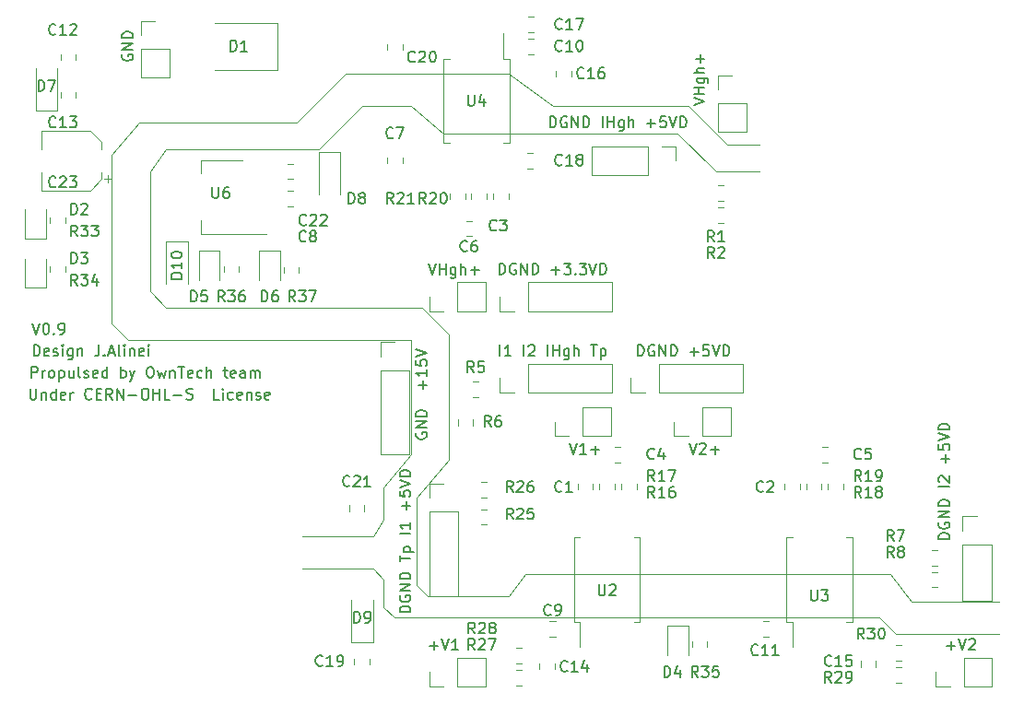
<source format=gto>
%TF.GenerationSoftware,KiCad,Pcbnew,5.1.6-c6e7f7d~86~ubuntu20.04.1*%
%TF.CreationDate,2020-09-07T12:19:27+02:00*%
%TF.ProjectId,Measurment,4d656173-7572-46d6-956e-742e6b696361,rev?*%
%TF.SameCoordinates,Original*%
%TF.FileFunction,Legend,Top*%
%TF.FilePolarity,Positive*%
%FSLAX46Y46*%
G04 Gerber Fmt 4.6, Leading zero omitted, Abs format (unit mm)*
G04 Created by KiCad (PCBNEW 5.1.6-c6e7f7d~86~ubuntu20.04.1) date 2020-09-07 12:19:27*
%MOMM*%
%LPD*%
G01*
G04 APERTURE LIST*
%ADD10C,0.150000*%
%ADD11C,0.120000*%
G04 APERTURE END LIST*
D10*
X32500000Y-76452380D02*
X32500000Y-77261904D01*
X32547619Y-77357142D01*
X32595238Y-77404761D01*
X32690476Y-77452380D01*
X32880952Y-77452380D01*
X32976190Y-77404761D01*
X33023809Y-77357142D01*
X33071428Y-77261904D01*
X33071428Y-76452380D01*
X33547619Y-76785714D02*
X33547619Y-77452380D01*
X33547619Y-76880952D02*
X33595238Y-76833333D01*
X33690476Y-76785714D01*
X33833333Y-76785714D01*
X33928571Y-76833333D01*
X33976190Y-76928571D01*
X33976190Y-77452380D01*
X34880952Y-77452380D02*
X34880952Y-76452380D01*
X34880952Y-77404761D02*
X34785714Y-77452380D01*
X34595238Y-77452380D01*
X34500000Y-77404761D01*
X34452380Y-77357142D01*
X34404761Y-77261904D01*
X34404761Y-76976190D01*
X34452380Y-76880952D01*
X34500000Y-76833333D01*
X34595238Y-76785714D01*
X34785714Y-76785714D01*
X34880952Y-76833333D01*
X35738095Y-77404761D02*
X35642857Y-77452380D01*
X35452380Y-77452380D01*
X35357142Y-77404761D01*
X35309523Y-77309523D01*
X35309523Y-76928571D01*
X35357142Y-76833333D01*
X35452380Y-76785714D01*
X35642857Y-76785714D01*
X35738095Y-76833333D01*
X35785714Y-76928571D01*
X35785714Y-77023809D01*
X35309523Y-77119047D01*
X36214285Y-77452380D02*
X36214285Y-76785714D01*
X36214285Y-76976190D02*
X36261904Y-76880952D01*
X36309523Y-76833333D01*
X36404761Y-76785714D01*
X36500000Y-76785714D01*
X38166666Y-77357142D02*
X38119047Y-77404761D01*
X37976190Y-77452380D01*
X37880952Y-77452380D01*
X37738095Y-77404761D01*
X37642857Y-77309523D01*
X37595238Y-77214285D01*
X37547619Y-77023809D01*
X37547619Y-76880952D01*
X37595238Y-76690476D01*
X37642857Y-76595238D01*
X37738095Y-76500000D01*
X37880952Y-76452380D01*
X37976190Y-76452380D01*
X38119047Y-76500000D01*
X38166666Y-76547619D01*
X38595238Y-76928571D02*
X38928571Y-76928571D01*
X39071428Y-77452380D02*
X38595238Y-77452380D01*
X38595238Y-76452380D01*
X39071428Y-76452380D01*
X40071428Y-77452380D02*
X39738095Y-76976190D01*
X39500000Y-77452380D02*
X39500000Y-76452380D01*
X39880952Y-76452380D01*
X39976190Y-76500000D01*
X40023809Y-76547619D01*
X40071428Y-76642857D01*
X40071428Y-76785714D01*
X40023809Y-76880952D01*
X39976190Y-76928571D01*
X39880952Y-76976190D01*
X39500000Y-76976190D01*
X40500000Y-77452380D02*
X40500000Y-76452380D01*
X41071428Y-77452380D01*
X41071428Y-76452380D01*
X41547619Y-77071428D02*
X42309523Y-77071428D01*
X42976190Y-76452380D02*
X43166666Y-76452380D01*
X43261904Y-76500000D01*
X43357142Y-76595238D01*
X43404761Y-76785714D01*
X43404761Y-77119047D01*
X43357142Y-77309523D01*
X43261904Y-77404761D01*
X43166666Y-77452380D01*
X42976190Y-77452380D01*
X42880952Y-77404761D01*
X42785714Y-77309523D01*
X42738095Y-77119047D01*
X42738095Y-76785714D01*
X42785714Y-76595238D01*
X42880952Y-76500000D01*
X42976190Y-76452380D01*
X43833333Y-77452380D02*
X43833333Y-76452380D01*
X43833333Y-76928571D02*
X44404761Y-76928571D01*
X44404761Y-77452380D02*
X44404761Y-76452380D01*
X45357142Y-77452380D02*
X44880952Y-77452380D01*
X44880952Y-76452380D01*
X45690476Y-77071428D02*
X46452380Y-77071428D01*
X46880952Y-77404761D02*
X47023809Y-77452380D01*
X47261904Y-77452380D01*
X47357142Y-77404761D01*
X47404761Y-77357142D01*
X47452380Y-77261904D01*
X47452380Y-77166666D01*
X47404761Y-77071428D01*
X47357142Y-77023809D01*
X47261904Y-76976190D01*
X47071428Y-76928571D01*
X46976190Y-76880952D01*
X46928571Y-76833333D01*
X46880952Y-76738095D01*
X46880952Y-76642857D01*
X46928571Y-76547619D01*
X46976190Y-76500000D01*
X47071428Y-76452380D01*
X47309523Y-76452380D01*
X47452380Y-76500000D01*
X49880952Y-77452380D02*
X49404761Y-77452380D01*
X49404761Y-76452380D01*
X50214285Y-77452380D02*
X50214285Y-76785714D01*
X50214285Y-76452380D02*
X50166666Y-76500000D01*
X50214285Y-76547619D01*
X50261904Y-76500000D01*
X50214285Y-76452380D01*
X50214285Y-76547619D01*
X51119047Y-77404761D02*
X51023809Y-77452380D01*
X50833333Y-77452380D01*
X50738095Y-77404761D01*
X50690476Y-77357142D01*
X50642857Y-77261904D01*
X50642857Y-76976190D01*
X50690476Y-76880952D01*
X50738095Y-76833333D01*
X50833333Y-76785714D01*
X51023809Y-76785714D01*
X51119047Y-76833333D01*
X51928571Y-77404761D02*
X51833333Y-77452380D01*
X51642857Y-77452380D01*
X51547619Y-77404761D01*
X51500000Y-77309523D01*
X51500000Y-76928571D01*
X51547619Y-76833333D01*
X51642857Y-76785714D01*
X51833333Y-76785714D01*
X51928571Y-76833333D01*
X51976190Y-76928571D01*
X51976190Y-77023809D01*
X51500000Y-77119047D01*
X52404761Y-76785714D02*
X52404761Y-77452380D01*
X52404761Y-76880952D02*
X52452380Y-76833333D01*
X52547619Y-76785714D01*
X52690476Y-76785714D01*
X52785714Y-76833333D01*
X52833333Y-76928571D01*
X52833333Y-77452380D01*
X53261904Y-77404761D02*
X53357142Y-77452380D01*
X53547619Y-77452380D01*
X53642857Y-77404761D01*
X53690476Y-77309523D01*
X53690476Y-77261904D01*
X53642857Y-77166666D01*
X53547619Y-77119047D01*
X53404761Y-77119047D01*
X53309523Y-77071428D01*
X53261904Y-76976190D01*
X53261904Y-76928571D01*
X53309523Y-76833333D01*
X53404761Y-76785714D01*
X53547619Y-76785714D01*
X53642857Y-76833333D01*
X54500000Y-77404761D02*
X54404761Y-77452380D01*
X54214285Y-77452380D01*
X54119047Y-77404761D01*
X54071428Y-77309523D01*
X54071428Y-76928571D01*
X54119047Y-76833333D01*
X54214285Y-76785714D01*
X54404761Y-76785714D01*
X54500000Y-76833333D01*
X54547619Y-76928571D01*
X54547619Y-77023809D01*
X54071428Y-77119047D01*
X32726190Y-70452380D02*
X33059523Y-71452380D01*
X33392857Y-70452380D01*
X33916666Y-70452380D02*
X34011904Y-70452380D01*
X34107142Y-70500000D01*
X34154761Y-70547619D01*
X34202380Y-70642857D01*
X34250000Y-70833333D01*
X34250000Y-71071428D01*
X34202380Y-71261904D01*
X34154761Y-71357142D01*
X34107142Y-71404761D01*
X34011904Y-71452380D01*
X33916666Y-71452380D01*
X33821428Y-71404761D01*
X33773809Y-71357142D01*
X33726190Y-71261904D01*
X33678571Y-71071428D01*
X33678571Y-70833333D01*
X33726190Y-70642857D01*
X33773809Y-70547619D01*
X33821428Y-70500000D01*
X33916666Y-70452380D01*
X34678571Y-71357142D02*
X34726190Y-71404761D01*
X34678571Y-71452380D01*
X34630952Y-71404761D01*
X34678571Y-71357142D01*
X34678571Y-71452380D01*
X35202380Y-71452380D02*
X35392857Y-71452380D01*
X35488095Y-71404761D01*
X35535714Y-71357142D01*
X35630952Y-71214285D01*
X35678571Y-71023809D01*
X35678571Y-70642857D01*
X35630952Y-70547619D01*
X35583333Y-70500000D01*
X35488095Y-70452380D01*
X35297619Y-70452380D01*
X35202380Y-70500000D01*
X35154761Y-70547619D01*
X35107142Y-70642857D01*
X35107142Y-70880952D01*
X35154761Y-70976190D01*
X35202380Y-71023809D01*
X35297619Y-71071428D01*
X35488095Y-71071428D01*
X35583333Y-71023809D01*
X35630952Y-70976190D01*
X35678571Y-70880952D01*
X32833333Y-73452380D02*
X32833333Y-72452380D01*
X33071428Y-72452380D01*
X33214285Y-72500000D01*
X33309523Y-72595238D01*
X33357142Y-72690476D01*
X33404761Y-72880952D01*
X33404761Y-73023809D01*
X33357142Y-73214285D01*
X33309523Y-73309523D01*
X33214285Y-73404761D01*
X33071428Y-73452380D01*
X32833333Y-73452380D01*
X34214285Y-73404761D02*
X34119047Y-73452380D01*
X33928571Y-73452380D01*
X33833333Y-73404761D01*
X33785714Y-73309523D01*
X33785714Y-72928571D01*
X33833333Y-72833333D01*
X33928571Y-72785714D01*
X34119047Y-72785714D01*
X34214285Y-72833333D01*
X34261904Y-72928571D01*
X34261904Y-73023809D01*
X33785714Y-73119047D01*
X34642857Y-73404761D02*
X34738095Y-73452380D01*
X34928571Y-73452380D01*
X35023809Y-73404761D01*
X35071428Y-73309523D01*
X35071428Y-73261904D01*
X35023809Y-73166666D01*
X34928571Y-73119047D01*
X34785714Y-73119047D01*
X34690476Y-73071428D01*
X34642857Y-72976190D01*
X34642857Y-72928571D01*
X34690476Y-72833333D01*
X34785714Y-72785714D01*
X34928571Y-72785714D01*
X35023809Y-72833333D01*
X35500000Y-73452380D02*
X35500000Y-72785714D01*
X35500000Y-72452380D02*
X35452380Y-72500000D01*
X35500000Y-72547619D01*
X35547619Y-72500000D01*
X35500000Y-72452380D01*
X35500000Y-72547619D01*
X36404761Y-72785714D02*
X36404761Y-73595238D01*
X36357142Y-73690476D01*
X36309523Y-73738095D01*
X36214285Y-73785714D01*
X36071428Y-73785714D01*
X35976190Y-73738095D01*
X36404761Y-73404761D02*
X36309523Y-73452380D01*
X36119047Y-73452380D01*
X36023809Y-73404761D01*
X35976190Y-73357142D01*
X35928571Y-73261904D01*
X35928571Y-72976190D01*
X35976190Y-72880952D01*
X36023809Y-72833333D01*
X36119047Y-72785714D01*
X36309523Y-72785714D01*
X36404761Y-72833333D01*
X36880952Y-72785714D02*
X36880952Y-73452380D01*
X36880952Y-72880952D02*
X36928571Y-72833333D01*
X37023809Y-72785714D01*
X37166666Y-72785714D01*
X37261904Y-72833333D01*
X37309523Y-72928571D01*
X37309523Y-73452380D01*
X38833333Y-72452380D02*
X38833333Y-73166666D01*
X38785714Y-73309523D01*
X38690476Y-73404761D01*
X38547619Y-73452380D01*
X38452380Y-73452380D01*
X39309523Y-73357142D02*
X39357142Y-73404761D01*
X39309523Y-73452380D01*
X39261904Y-73404761D01*
X39309523Y-73357142D01*
X39309523Y-73452380D01*
X39738095Y-73166666D02*
X40214285Y-73166666D01*
X39642857Y-73452380D02*
X39976190Y-72452380D01*
X40309523Y-73452380D01*
X40785714Y-73452380D02*
X40690476Y-73404761D01*
X40642857Y-73309523D01*
X40642857Y-72452380D01*
X41166666Y-73452380D02*
X41166666Y-72785714D01*
X41166666Y-72452380D02*
X41119047Y-72500000D01*
X41166666Y-72547619D01*
X41214285Y-72500000D01*
X41166666Y-72452380D01*
X41166666Y-72547619D01*
X41642857Y-72785714D02*
X41642857Y-73452380D01*
X41642857Y-72880952D02*
X41690476Y-72833333D01*
X41785714Y-72785714D01*
X41928571Y-72785714D01*
X42023809Y-72833333D01*
X42071428Y-72928571D01*
X42071428Y-73452380D01*
X42928571Y-73404761D02*
X42833333Y-73452380D01*
X42642857Y-73452380D01*
X42547619Y-73404761D01*
X42500000Y-73309523D01*
X42500000Y-72928571D01*
X42547619Y-72833333D01*
X42642857Y-72785714D01*
X42833333Y-72785714D01*
X42928571Y-72833333D01*
X42976190Y-72928571D01*
X42976190Y-73023809D01*
X42500000Y-73119047D01*
X43404761Y-73452380D02*
X43404761Y-72785714D01*
X43404761Y-72452380D02*
X43357142Y-72500000D01*
X43404761Y-72547619D01*
X43452380Y-72500000D01*
X43404761Y-72452380D01*
X43404761Y-72547619D01*
X32642857Y-75452380D02*
X32642857Y-74452380D01*
X33023809Y-74452380D01*
X33119047Y-74500000D01*
X33166666Y-74547619D01*
X33214285Y-74642857D01*
X33214285Y-74785714D01*
X33166666Y-74880952D01*
X33119047Y-74928571D01*
X33023809Y-74976190D01*
X32642857Y-74976190D01*
X33642857Y-75452380D02*
X33642857Y-74785714D01*
X33642857Y-74976190D02*
X33690476Y-74880952D01*
X33738095Y-74833333D01*
X33833333Y-74785714D01*
X33928571Y-74785714D01*
X34404761Y-75452380D02*
X34309523Y-75404761D01*
X34261904Y-75357142D01*
X34214285Y-75261904D01*
X34214285Y-74976190D01*
X34261904Y-74880952D01*
X34309523Y-74833333D01*
X34404761Y-74785714D01*
X34547619Y-74785714D01*
X34642857Y-74833333D01*
X34690476Y-74880952D01*
X34738095Y-74976190D01*
X34738095Y-75261904D01*
X34690476Y-75357142D01*
X34642857Y-75404761D01*
X34547619Y-75452380D01*
X34404761Y-75452380D01*
X35166666Y-74785714D02*
X35166666Y-75785714D01*
X35166666Y-74833333D02*
X35261904Y-74785714D01*
X35452380Y-74785714D01*
X35547619Y-74833333D01*
X35595238Y-74880952D01*
X35642857Y-74976190D01*
X35642857Y-75261904D01*
X35595238Y-75357142D01*
X35547619Y-75404761D01*
X35452380Y-75452380D01*
X35261904Y-75452380D01*
X35166666Y-75404761D01*
X36500000Y-74785714D02*
X36500000Y-75452380D01*
X36071428Y-74785714D02*
X36071428Y-75309523D01*
X36119047Y-75404761D01*
X36214285Y-75452380D01*
X36357142Y-75452380D01*
X36452380Y-75404761D01*
X36500000Y-75357142D01*
X37119047Y-75452380D02*
X37023809Y-75404761D01*
X36976190Y-75309523D01*
X36976190Y-74452380D01*
X37452380Y-75404761D02*
X37547619Y-75452380D01*
X37738095Y-75452380D01*
X37833333Y-75404761D01*
X37880952Y-75309523D01*
X37880952Y-75261904D01*
X37833333Y-75166666D01*
X37738095Y-75119047D01*
X37595238Y-75119047D01*
X37500000Y-75071428D01*
X37452380Y-74976190D01*
X37452380Y-74928571D01*
X37500000Y-74833333D01*
X37595238Y-74785714D01*
X37738095Y-74785714D01*
X37833333Y-74833333D01*
X38690476Y-75404761D02*
X38595238Y-75452380D01*
X38404761Y-75452380D01*
X38309523Y-75404761D01*
X38261904Y-75309523D01*
X38261904Y-74928571D01*
X38309523Y-74833333D01*
X38404761Y-74785714D01*
X38595238Y-74785714D01*
X38690476Y-74833333D01*
X38738095Y-74928571D01*
X38738095Y-75023809D01*
X38261904Y-75119047D01*
X39595238Y-75452380D02*
X39595238Y-74452380D01*
X39595238Y-75404761D02*
X39500000Y-75452380D01*
X39309523Y-75452380D01*
X39214285Y-75404761D01*
X39166666Y-75357142D01*
X39119047Y-75261904D01*
X39119047Y-74976190D01*
X39166666Y-74880952D01*
X39214285Y-74833333D01*
X39309523Y-74785714D01*
X39500000Y-74785714D01*
X39595238Y-74833333D01*
X40833333Y-75452380D02*
X40833333Y-74452380D01*
X40833333Y-74833333D02*
X40928571Y-74785714D01*
X41119047Y-74785714D01*
X41214285Y-74833333D01*
X41261904Y-74880952D01*
X41309523Y-74976190D01*
X41309523Y-75261904D01*
X41261904Y-75357142D01*
X41214285Y-75404761D01*
X41119047Y-75452380D01*
X40928571Y-75452380D01*
X40833333Y-75404761D01*
X41642857Y-74785714D02*
X41880952Y-75452380D01*
X42119047Y-74785714D02*
X41880952Y-75452380D01*
X41785714Y-75690476D01*
X41738095Y-75738095D01*
X41642857Y-75785714D01*
X43452380Y-74452380D02*
X43642857Y-74452380D01*
X43738095Y-74500000D01*
X43833333Y-74595238D01*
X43880952Y-74785714D01*
X43880952Y-75119047D01*
X43833333Y-75309523D01*
X43738095Y-75404761D01*
X43642857Y-75452380D01*
X43452380Y-75452380D01*
X43357142Y-75404761D01*
X43261904Y-75309523D01*
X43214285Y-75119047D01*
X43214285Y-74785714D01*
X43261904Y-74595238D01*
X43357142Y-74500000D01*
X43452380Y-74452380D01*
X44214285Y-74785714D02*
X44404761Y-75452380D01*
X44595238Y-74976190D01*
X44785714Y-75452380D01*
X44976190Y-74785714D01*
X45357142Y-74785714D02*
X45357142Y-75452380D01*
X45357142Y-74880952D02*
X45404761Y-74833333D01*
X45499999Y-74785714D01*
X45642857Y-74785714D01*
X45738095Y-74833333D01*
X45785714Y-74928571D01*
X45785714Y-75452380D01*
X46119047Y-74452380D02*
X46690476Y-74452380D01*
X46404761Y-75452380D02*
X46404761Y-74452380D01*
X47404761Y-75404761D02*
X47309523Y-75452380D01*
X47119047Y-75452380D01*
X47023809Y-75404761D01*
X46976190Y-75309523D01*
X46976190Y-74928571D01*
X47023809Y-74833333D01*
X47119047Y-74785714D01*
X47309523Y-74785714D01*
X47404761Y-74833333D01*
X47452380Y-74928571D01*
X47452380Y-75023809D01*
X46976190Y-75119047D01*
X48309523Y-75404761D02*
X48214285Y-75452380D01*
X48023809Y-75452380D01*
X47928571Y-75404761D01*
X47880952Y-75357142D01*
X47833333Y-75261904D01*
X47833333Y-74976190D01*
X47880952Y-74880952D01*
X47928571Y-74833333D01*
X48023809Y-74785714D01*
X48214285Y-74785714D01*
X48309523Y-74833333D01*
X48738095Y-75452380D02*
X48738095Y-74452380D01*
X49166666Y-75452380D02*
X49166666Y-74928571D01*
X49119047Y-74833333D01*
X49023809Y-74785714D01*
X48880952Y-74785714D01*
X48785714Y-74833333D01*
X48738095Y-74880952D01*
X50261904Y-74785714D02*
X50642857Y-74785714D01*
X50404761Y-74452380D02*
X50404761Y-75309523D01*
X50452380Y-75404761D01*
X50547619Y-75452380D01*
X50642857Y-75452380D01*
X51357142Y-75404761D02*
X51261904Y-75452380D01*
X51071428Y-75452380D01*
X50976190Y-75404761D01*
X50928571Y-75309523D01*
X50928571Y-74928571D01*
X50976190Y-74833333D01*
X51071428Y-74785714D01*
X51261904Y-74785714D01*
X51357142Y-74833333D01*
X51404761Y-74928571D01*
X51404761Y-75023809D01*
X50928571Y-75119047D01*
X52261904Y-75452380D02*
X52261904Y-74928571D01*
X52214285Y-74833333D01*
X52119047Y-74785714D01*
X51928571Y-74785714D01*
X51833333Y-74833333D01*
X52261904Y-75404761D02*
X52166666Y-75452380D01*
X51928571Y-75452380D01*
X51833333Y-75404761D01*
X51785714Y-75309523D01*
X51785714Y-75214285D01*
X51833333Y-75119047D01*
X51928571Y-75071428D01*
X52166666Y-75071428D01*
X52261904Y-75023809D01*
X52738095Y-75452380D02*
X52738095Y-74785714D01*
X52738095Y-74880952D02*
X52785714Y-74833333D01*
X52880952Y-74785714D01*
X53023809Y-74785714D01*
X53119047Y-74833333D01*
X53166666Y-74928571D01*
X53166666Y-75452380D01*
X53166666Y-74928571D02*
X53214285Y-74833333D01*
X53309523Y-74785714D01*
X53452380Y-74785714D01*
X53547619Y-74833333D01*
X53595238Y-74928571D01*
X53595238Y-75452380D01*
D11*
X80500000Y-50500000D02*
X76500000Y-47500000D01*
X93000000Y-50500000D02*
X80500000Y-50500000D01*
X67500000Y-50500000D02*
X70500000Y-53000000D01*
X61500000Y-47500000D02*
X57000000Y-52000000D01*
X76500000Y-47500000D02*
X61500000Y-47500000D01*
X63000000Y-50500000D02*
X67500000Y-50500000D01*
X59000000Y-54500000D02*
X63000000Y-50500000D01*
X68500000Y-69000000D02*
X45000000Y-69000000D01*
X71000000Y-71500000D02*
X68500000Y-69000000D01*
X71000000Y-83000000D02*
X71000000Y-71500000D01*
X68000000Y-86500000D02*
X71000000Y-83000000D01*
X67500000Y-82500000D02*
X65000000Y-85500000D01*
X67500000Y-72000000D02*
X67500000Y-82500000D01*
X41500000Y-72000000D02*
X67500000Y-72000000D01*
X40000000Y-55000000D02*
X42500000Y-52000000D01*
X40000000Y-70500000D02*
X40000000Y-55000000D01*
X43500000Y-56500000D02*
X43500000Y-67500000D01*
X45000000Y-54500000D02*
X43500000Y-56500000D01*
X43500000Y-67500000D02*
X45000000Y-69000000D01*
X96500000Y-54000000D02*
X99500000Y-54000000D01*
X95000000Y-52500000D02*
X96500000Y-54000000D01*
X93000000Y-50500000D02*
X95000000Y-52500000D01*
X42500000Y-52000000D02*
X57000000Y-52000000D01*
X95500000Y-56500000D02*
X99500000Y-56500000D01*
X92000000Y-53000000D02*
X95500000Y-56500000D01*
X70500000Y-53000000D02*
X92000000Y-53000000D01*
X45000000Y-54500000D02*
X59000000Y-54500000D01*
X68000000Y-94500000D02*
X69000000Y-95500000D01*
X78000000Y-97500000D02*
X74500000Y-97500000D01*
X65000000Y-94000000D02*
X64000000Y-93000000D01*
X41500000Y-72000000D02*
X40000000Y-70500000D01*
X65000000Y-88500000D02*
X65000000Y-85500000D01*
X64000000Y-90000000D02*
X65000000Y-88500000D01*
X57500000Y-90000000D02*
X64000000Y-90000000D01*
X64000000Y-93000000D02*
X57500000Y-93000000D01*
X65000000Y-96500000D02*
X65000000Y-94000000D01*
X66000000Y-97500000D02*
X65000000Y-96500000D01*
X74500000Y-97500000D02*
X66000000Y-97500000D01*
X103500000Y-97500000D02*
X78000000Y-97500000D01*
X110500000Y-97500000D02*
X103500000Y-97500000D01*
X112000000Y-99000000D02*
X110500000Y-97500000D01*
X121500000Y-99000000D02*
X112000000Y-99000000D01*
X113500000Y-96000000D02*
X111500000Y-93500000D01*
X68000000Y-94500000D02*
X68000000Y-86500000D01*
X76500000Y-95500000D02*
X69000000Y-95500000D01*
X78000000Y-93500000D02*
X76500000Y-95500000D01*
X111500000Y-93500000D02*
X78000000Y-93500000D01*
X121500000Y-96000000D02*
X113500000Y-96000000D01*
%TO.C,U3*%
X108035000Y-94000000D02*
X108035000Y-90140000D01*
X108035000Y-90140000D02*
X107465000Y-90140000D01*
X108035000Y-94000000D02*
X108035000Y-97860000D01*
X108035000Y-97860000D02*
X107465000Y-97860000D01*
X101965000Y-94000000D02*
X101965000Y-90140000D01*
X101965000Y-90140000D02*
X102535000Y-90140000D01*
X101965000Y-94000000D02*
X101965000Y-97860000D01*
X101965000Y-97860000D02*
X102535000Y-97860000D01*
X102535000Y-97860000D02*
X102535000Y-100225000D01*
%TO.C,U2*%
X88535000Y-94000000D02*
X88535000Y-90140000D01*
X88535000Y-90140000D02*
X87965000Y-90140000D01*
X88535000Y-94000000D02*
X88535000Y-97860000D01*
X88535000Y-97860000D02*
X87965000Y-97860000D01*
X82465000Y-94000000D02*
X82465000Y-90140000D01*
X82465000Y-90140000D02*
X83035000Y-90140000D01*
X82465000Y-94000000D02*
X82465000Y-97860000D01*
X82465000Y-97860000D02*
X83035000Y-97860000D01*
X83035000Y-97860000D02*
X83035000Y-100225000D01*
%TO.C,U4*%
X70465000Y-50000000D02*
X70465000Y-53860000D01*
X70465000Y-53860000D02*
X71035000Y-53860000D01*
X70465000Y-50000000D02*
X70465000Y-46140000D01*
X70465000Y-46140000D02*
X71035000Y-46140000D01*
X76535000Y-50000000D02*
X76535000Y-53860000D01*
X76535000Y-53860000D02*
X75965000Y-53860000D01*
X76535000Y-50000000D02*
X76535000Y-46140000D01*
X76535000Y-46140000D02*
X75965000Y-46140000D01*
X75965000Y-46140000D02*
X75965000Y-43775000D01*
%TO.C,D10*%
X47000000Y-62900000D02*
X45000000Y-62900000D01*
X45000000Y-62900000D02*
X45000000Y-66800000D01*
X47000000Y-62900000D02*
X47000000Y-66800000D01*
%TO.C,D9*%
X62000000Y-99750000D02*
X64000000Y-99750000D01*
X64000000Y-99750000D02*
X64000000Y-95850000D01*
X62000000Y-99750000D02*
X62000000Y-95850000D01*
%TO.C,D8*%
X61000000Y-54750000D02*
X59000000Y-54750000D01*
X59000000Y-54750000D02*
X59000000Y-58650000D01*
X61000000Y-54750000D02*
X61000000Y-58650000D01*
%TO.C,D7*%
X33000000Y-50900000D02*
X35000000Y-50900000D01*
X35000000Y-50900000D02*
X35000000Y-47000000D01*
X33000000Y-50900000D02*
X33000000Y-47000000D01*
%TO.C,C23*%
X33540000Y-52740000D02*
X33540000Y-54440000D01*
X33540000Y-58260000D02*
X33540000Y-56560000D01*
X37995563Y-58260000D02*
X33540000Y-58260000D01*
X37995563Y-52740000D02*
X33540000Y-52740000D01*
X39060000Y-53804437D02*
X39060000Y-54440000D01*
X39060000Y-57195563D02*
X39060000Y-56560000D01*
X39060000Y-57195563D02*
X37995563Y-58260000D01*
X39060000Y-53804437D02*
X37995563Y-52740000D01*
X39925000Y-57185000D02*
X39300000Y-57185000D01*
X39612500Y-57497500D02*
X39612500Y-56872500D01*
%TO.C,C22*%
X56178922Y-55790000D02*
X56696078Y-55790000D01*
X56178922Y-57210000D02*
X56696078Y-57210000D01*
%TO.C,C21*%
X63210000Y-87178922D02*
X63210000Y-87696078D01*
X61790000Y-87178922D02*
X61790000Y-87696078D01*
%TO.C,C20*%
X66710000Y-44803922D02*
X66710000Y-45321078D01*
X65290000Y-44803922D02*
X65290000Y-45321078D01*
%TO.C,C19*%
X63710000Y-101241422D02*
X63710000Y-101758578D01*
X62290000Y-101241422D02*
X62290000Y-101758578D01*
%TO.C,C18*%
X78696078Y-56210000D02*
X78178922Y-56210000D01*
X78696078Y-54790000D02*
X78178922Y-54790000D01*
%TO.C,C17*%
X78758578Y-43710000D02*
X78241422Y-43710000D01*
X78758578Y-42290000D02*
X78241422Y-42290000D01*
%TO.C,J1*%
X64670000Y-74770000D02*
X64670000Y-82450000D01*
X64670000Y-74770000D02*
X67330000Y-74770000D01*
X64670000Y-72170000D02*
X66000000Y-72170000D01*
X64670000Y-73500000D02*
X64670000Y-72170000D01*
X64670000Y-82450000D02*
X67330000Y-82450000D01*
X67330000Y-74770000D02*
X67330000Y-82450000D01*
X83270000Y-80830000D02*
X83270000Y-78170000D01*
X85870000Y-80830000D02*
X85870000Y-78170000D01*
X82000000Y-80830000D02*
X80670000Y-80830000D01*
X83270000Y-80830000D02*
X85870000Y-80830000D01*
X80670000Y-80830000D02*
X80670000Y-79500000D01*
X83270000Y-78170000D02*
X85870000Y-78170000D01*
X94270000Y-80830000D02*
X96870000Y-80830000D01*
X91670000Y-80830000D02*
X91670000Y-79500000D01*
X94270000Y-80830000D02*
X94270000Y-78170000D01*
X94270000Y-78170000D02*
X96870000Y-78170000D01*
X93000000Y-80830000D02*
X91670000Y-80830000D01*
X96870000Y-80830000D02*
X96870000Y-78170000D01*
X70500000Y-69330000D02*
X69170000Y-69330000D01*
X74370000Y-69330000D02*
X74370000Y-66670000D01*
X71770000Y-69330000D02*
X71770000Y-66670000D01*
X71770000Y-66670000D02*
X74370000Y-66670000D01*
X69170000Y-69330000D02*
X69170000Y-68000000D01*
X71770000Y-69330000D02*
X74370000Y-69330000D01*
X77000000Y-76830000D02*
X75670000Y-76830000D01*
X85950000Y-76830000D02*
X85950000Y-74170000D01*
X78270000Y-76830000D02*
X85950000Y-76830000D01*
X75670000Y-76830000D02*
X75670000Y-75500000D01*
X78270000Y-74170000D02*
X85950000Y-74170000D01*
X78270000Y-76830000D02*
X78270000Y-74170000D01*
X77000000Y-69330000D02*
X75670000Y-69330000D01*
X78270000Y-66670000D02*
X85950000Y-66670000D01*
X78270000Y-69330000D02*
X85950000Y-69330000D01*
X75670000Y-69330000D02*
X75670000Y-68000000D01*
X78270000Y-69330000D02*
X78270000Y-66670000D01*
X85950000Y-69330000D02*
X85950000Y-66670000D01*
X89000000Y-76830000D02*
X87670000Y-76830000D01*
X90270000Y-76830000D02*
X97950000Y-76830000D01*
X87670000Y-76830000D02*
X87670000Y-75500000D01*
X97950000Y-76830000D02*
X97950000Y-74170000D01*
X90270000Y-76830000D02*
X90270000Y-74170000D01*
X90270000Y-74170000D02*
X97950000Y-74170000D01*
%TO.C,J2*%
X84090000Y-54170000D02*
X84090000Y-56830000D01*
X90500000Y-54170000D02*
X91830000Y-54170000D01*
X89230000Y-54170000D02*
X89230000Y-56830000D01*
X89230000Y-56830000D02*
X84090000Y-56830000D01*
X89230000Y-54170000D02*
X84090000Y-54170000D01*
X91830000Y-54170000D02*
X91830000Y-55500000D01*
X95670000Y-50270000D02*
X95670000Y-52870000D01*
X98330000Y-50270000D02*
X98330000Y-52870000D01*
X95670000Y-47670000D02*
X97000000Y-47670000D01*
X95670000Y-52870000D02*
X98330000Y-52870000D01*
X95670000Y-49000000D02*
X95670000Y-47670000D01*
X95670000Y-50270000D02*
X98330000Y-50270000D01*
X69170000Y-85170000D02*
X70500000Y-85170000D01*
X69170000Y-86500000D02*
X69170000Y-85170000D01*
X69170000Y-87770000D02*
X71830000Y-87770000D01*
X71830000Y-87770000D02*
X71830000Y-95450000D01*
X69170000Y-87770000D02*
X69170000Y-95450000D01*
X118170000Y-95910000D02*
X120830000Y-95910000D01*
X118170000Y-90770000D02*
X118170000Y-95910000D01*
X118170000Y-89500000D02*
X118170000Y-88170000D01*
X120830000Y-90770000D02*
X120830000Y-95910000D01*
X118170000Y-88170000D02*
X119500000Y-88170000D01*
X118170000Y-90770000D02*
X120830000Y-90770000D01*
X74370000Y-103830000D02*
X74370000Y-101170000D01*
X69170000Y-103830000D02*
X69170000Y-102500000D01*
X118270000Y-101170000D02*
X120870000Y-101170000D01*
X118270000Y-103830000D02*
X120870000Y-103830000D01*
X71770000Y-101170000D02*
X74370000Y-101170000D01*
X117000000Y-103830000D02*
X115670000Y-103830000D01*
X118270000Y-103830000D02*
X118270000Y-101170000D01*
X120870000Y-103830000D02*
X120870000Y-101170000D01*
X115670000Y-103830000D02*
X115670000Y-102500000D01*
X71770000Y-103830000D02*
X74370000Y-103830000D01*
X70500000Y-103830000D02*
X69170000Y-103830000D01*
X71770000Y-103830000D02*
X71770000Y-101170000D01*
X42670000Y-45270000D02*
X45330000Y-45270000D01*
X42670000Y-47870000D02*
X45330000Y-47870000D01*
X45330000Y-45270000D02*
X45330000Y-47870000D01*
X42670000Y-44000000D02*
X42670000Y-42670000D01*
X42670000Y-42670000D02*
X44000000Y-42670000D01*
X42670000Y-45270000D02*
X42670000Y-47870000D01*
%TO.C,C16*%
X82210000Y-47241422D02*
X82210000Y-47758578D01*
X80790000Y-47241422D02*
X80790000Y-47758578D01*
%TO.C,C15*%
X108790000Y-102008578D02*
X108790000Y-101491422D01*
X110210000Y-102008578D02*
X110210000Y-101491422D01*
%TO.C,C14*%
X80710000Y-101678922D02*
X80710000Y-102196078D01*
X79290000Y-101678922D02*
X79290000Y-102196078D01*
%TO.C,C13*%
X35290000Y-49758578D02*
X35290000Y-49241422D01*
X36710000Y-49758578D02*
X36710000Y-49241422D01*
%TO.C,C12*%
X36710000Y-45741422D02*
X36710000Y-46258578D01*
X35290000Y-45741422D02*
X35290000Y-46258578D01*
%TO.C,C11*%
X99803922Y-97790000D02*
X100321078Y-97790000D01*
X99803922Y-99210000D02*
X100321078Y-99210000D01*
%TO.C,C10*%
X78758578Y-45710000D02*
X78241422Y-45710000D01*
X78758578Y-44290000D02*
X78241422Y-44290000D01*
%TO.C,C9*%
X80241422Y-97790000D02*
X80758578Y-97790000D01*
X80241422Y-99210000D02*
X80758578Y-99210000D01*
%TO.C,C8*%
X56178922Y-58290000D02*
X56696078Y-58290000D01*
X56178922Y-59710000D02*
X56696078Y-59710000D01*
%TO.C,C7*%
X65290000Y-55758578D02*
X65290000Y-55241422D01*
X66710000Y-55758578D02*
X66710000Y-55241422D01*
%TO.C,C6*%
X73071078Y-62460000D02*
X72553922Y-62460000D01*
X73071078Y-61040000D02*
X72553922Y-61040000D01*
%TO.C,C5*%
X105241422Y-81790000D02*
X105758578Y-81790000D01*
X105241422Y-83210000D02*
X105758578Y-83210000D01*
%TO.C,C4*%
X86178922Y-81790000D02*
X86696078Y-81790000D01*
X86178922Y-83210000D02*
X86696078Y-83210000D01*
%TO.C,C3*%
X76460000Y-58553922D02*
X76460000Y-59071078D01*
X75040000Y-58553922D02*
X75040000Y-59071078D01*
%TO.C,C2*%
X101790000Y-85696078D02*
X101790000Y-85178922D01*
X103210000Y-85696078D02*
X103210000Y-85178922D01*
%TO.C,C1*%
X82790000Y-85696078D02*
X82790000Y-85178922D01*
X84210000Y-85696078D02*
X84210000Y-85178922D01*
%TO.C,D6*%
X55460000Y-66500000D02*
X55460000Y-63815000D01*
X55460000Y-63815000D02*
X53540000Y-63815000D01*
X53540000Y-63815000D02*
X53540000Y-66500000D01*
%TO.C,D5*%
X49920000Y-66450000D02*
X49920000Y-63765000D01*
X49920000Y-63765000D02*
X48000000Y-63765000D01*
X48000000Y-63765000D02*
X48000000Y-66450000D01*
%TO.C,D4*%
X92960000Y-100937500D02*
X92960000Y-98252500D01*
X92960000Y-98252500D02*
X91040000Y-98252500D01*
X91040000Y-98252500D02*
X91040000Y-100937500D01*
%TO.C,D3*%
X32040000Y-64500000D02*
X32040000Y-67185000D01*
X32040000Y-67185000D02*
X33960000Y-67185000D01*
X33960000Y-67185000D02*
X33960000Y-64500000D01*
%TO.C,D2*%
X32040000Y-60000000D02*
X32040000Y-62685000D01*
X32040000Y-62685000D02*
X33960000Y-62685000D01*
X33960000Y-62685000D02*
X33960000Y-60000000D01*
%TO.C,R37*%
X57210000Y-65303922D02*
X57210000Y-65821078D01*
X55790000Y-65303922D02*
X55790000Y-65821078D01*
%TO.C,R36*%
X51710000Y-65178922D02*
X51710000Y-65696078D01*
X50290000Y-65178922D02*
X50290000Y-65696078D01*
%TO.C,R35*%
X94710000Y-99678922D02*
X94710000Y-100196078D01*
X93290000Y-99678922D02*
X93290000Y-100196078D01*
%TO.C,R34*%
X34290000Y-65758578D02*
X34290000Y-65241422D01*
X35710000Y-65758578D02*
X35710000Y-65241422D01*
%TO.C,R33*%
X34290000Y-61258578D02*
X34290000Y-60741422D01*
X35710000Y-61258578D02*
X35710000Y-60741422D01*
%TO.C,D1*%
X55200000Y-47150000D02*
X55200000Y-42850000D01*
X55200000Y-42850000D02*
X49500000Y-42850000D01*
X55200000Y-47150000D02*
X49500000Y-47150000D01*
%TO.C,R30*%
X112053922Y-100040000D02*
X112571078Y-100040000D01*
X112053922Y-101460000D02*
X112571078Y-101460000D01*
%TO.C,R29*%
X112053922Y-102040000D02*
X112571078Y-102040000D01*
X112053922Y-103460000D02*
X112571078Y-103460000D01*
%TO.C,R28*%
X77696078Y-103710000D02*
X77178922Y-103710000D01*
X77696078Y-102290000D02*
X77178922Y-102290000D01*
%TO.C,R27*%
X77696078Y-101710000D02*
X77178922Y-101710000D01*
X77696078Y-100290000D02*
X77178922Y-100290000D01*
%TO.C,U6*%
X48220000Y-55440000D02*
X48220000Y-56700000D01*
X48220000Y-62260000D02*
X48220000Y-61000000D01*
X51980000Y-55440000D02*
X48220000Y-55440000D01*
X54230000Y-62260000D02*
X48220000Y-62260000D01*
%TO.C,R26*%
X74446078Y-86460000D02*
X73928922Y-86460000D01*
X74446078Y-85040000D02*
X73928922Y-85040000D01*
%TO.C,R25*%
X73928922Y-87540000D02*
X74446078Y-87540000D01*
X73928922Y-88960000D02*
X74446078Y-88960000D01*
%TO.C,R21*%
X71040000Y-59071078D02*
X71040000Y-58553922D01*
X72460000Y-59071078D02*
X72460000Y-58553922D01*
%TO.C,R20*%
X73040000Y-59071078D02*
X73040000Y-58553922D01*
X74460000Y-59071078D02*
X74460000Y-58553922D01*
%TO.C,R19*%
X107210000Y-85178922D02*
X107210000Y-85696078D01*
X105790000Y-85178922D02*
X105790000Y-85696078D01*
%TO.C,R18*%
X105210000Y-85178922D02*
X105210000Y-85696078D01*
X103790000Y-85178922D02*
X103790000Y-85696078D01*
%TO.C,R17*%
X88210000Y-85178922D02*
X88210000Y-85696078D01*
X86790000Y-85178922D02*
X86790000Y-85696078D01*
%TO.C,R16*%
X86210000Y-85178922D02*
X86210000Y-85696078D01*
X84790000Y-85178922D02*
X84790000Y-85696078D01*
%TO.C,R8*%
X115303922Y-93290000D02*
X115821078Y-93290000D01*
X115303922Y-94710000D02*
X115821078Y-94710000D01*
%TO.C,R7*%
X115821078Y-92710000D02*
X115303922Y-92710000D01*
X115821078Y-91290000D02*
X115303922Y-91290000D01*
%TO.C,R6*%
X71790000Y-79821078D02*
X71790000Y-79303922D01*
X73210000Y-79821078D02*
X73210000Y-79303922D01*
%TO.C,R5*%
X73696078Y-77210000D02*
X73178922Y-77210000D01*
X73696078Y-75790000D02*
X73178922Y-75790000D01*
%TO.C,R2*%
X96196078Y-61210000D02*
X95678922Y-61210000D01*
X96196078Y-59790000D02*
X95678922Y-59790000D01*
%TO.C,R1*%
X95678922Y-57790000D02*
X96196078Y-57790000D01*
X95678922Y-59210000D02*
X96196078Y-59210000D01*
%TO.C,U3*%
D10*
X104238095Y-94952380D02*
X104238095Y-95761904D01*
X104285714Y-95857142D01*
X104333333Y-95904761D01*
X104428571Y-95952380D01*
X104619047Y-95952380D01*
X104714285Y-95904761D01*
X104761904Y-95857142D01*
X104809523Y-95761904D01*
X104809523Y-94952380D01*
X105190476Y-94952380D02*
X105809523Y-94952380D01*
X105476190Y-95333333D01*
X105619047Y-95333333D01*
X105714285Y-95380952D01*
X105761904Y-95428571D01*
X105809523Y-95523809D01*
X105809523Y-95761904D01*
X105761904Y-95857142D01*
X105714285Y-95904761D01*
X105619047Y-95952380D01*
X105333333Y-95952380D01*
X105238095Y-95904761D01*
X105190476Y-95857142D01*
%TO.C,U2*%
X84738095Y-94452380D02*
X84738095Y-95261904D01*
X84785714Y-95357142D01*
X84833333Y-95404761D01*
X84928571Y-95452380D01*
X85119047Y-95452380D01*
X85214285Y-95404761D01*
X85261904Y-95357142D01*
X85309523Y-95261904D01*
X85309523Y-94452380D01*
X85738095Y-94547619D02*
X85785714Y-94500000D01*
X85880952Y-94452380D01*
X86119047Y-94452380D01*
X86214285Y-94500000D01*
X86261904Y-94547619D01*
X86309523Y-94642857D01*
X86309523Y-94738095D01*
X86261904Y-94880952D01*
X85690476Y-95452380D01*
X86309523Y-95452380D01*
%TO.C,U4*%
X72738095Y-49452380D02*
X72738095Y-50261904D01*
X72785714Y-50357142D01*
X72833333Y-50404761D01*
X72928571Y-50452380D01*
X73119047Y-50452380D01*
X73214285Y-50404761D01*
X73261904Y-50357142D01*
X73309523Y-50261904D01*
X73309523Y-49452380D01*
X74214285Y-49785714D02*
X74214285Y-50452380D01*
X73976190Y-49404761D02*
X73738095Y-50119047D01*
X74357142Y-50119047D01*
%TO.C,D10*%
X46452380Y-66364285D02*
X45452380Y-66364285D01*
X45452380Y-66126190D01*
X45500000Y-65983333D01*
X45595238Y-65888095D01*
X45690476Y-65840476D01*
X45880952Y-65792857D01*
X46023809Y-65792857D01*
X46214285Y-65840476D01*
X46309523Y-65888095D01*
X46404761Y-65983333D01*
X46452380Y-66126190D01*
X46452380Y-66364285D01*
X46452380Y-64840476D02*
X46452380Y-65411904D01*
X46452380Y-65126190D02*
X45452380Y-65126190D01*
X45595238Y-65221428D01*
X45690476Y-65316666D01*
X45738095Y-65411904D01*
X45452380Y-64221428D02*
X45452380Y-64126190D01*
X45500000Y-64030952D01*
X45547619Y-63983333D01*
X45642857Y-63935714D01*
X45833333Y-63888095D01*
X46071428Y-63888095D01*
X46261904Y-63935714D01*
X46357142Y-63983333D01*
X46404761Y-64030952D01*
X46452380Y-64126190D01*
X46452380Y-64221428D01*
X46404761Y-64316666D01*
X46357142Y-64364285D01*
X46261904Y-64411904D01*
X46071428Y-64459523D01*
X45833333Y-64459523D01*
X45642857Y-64411904D01*
X45547619Y-64364285D01*
X45500000Y-64316666D01*
X45452380Y-64221428D01*
%TO.C,D9*%
X62261904Y-97952380D02*
X62261904Y-96952380D01*
X62500000Y-96952380D01*
X62642857Y-97000000D01*
X62738095Y-97095238D01*
X62785714Y-97190476D01*
X62833333Y-97380952D01*
X62833333Y-97523809D01*
X62785714Y-97714285D01*
X62738095Y-97809523D01*
X62642857Y-97904761D01*
X62500000Y-97952380D01*
X62261904Y-97952380D01*
X63309523Y-97952380D02*
X63500000Y-97952380D01*
X63595238Y-97904761D01*
X63642857Y-97857142D01*
X63738095Y-97714285D01*
X63785714Y-97523809D01*
X63785714Y-97142857D01*
X63738095Y-97047619D01*
X63690476Y-97000000D01*
X63595238Y-96952380D01*
X63404761Y-96952380D01*
X63309523Y-97000000D01*
X63261904Y-97047619D01*
X63214285Y-97142857D01*
X63214285Y-97380952D01*
X63261904Y-97476190D01*
X63309523Y-97523809D01*
X63404761Y-97571428D01*
X63595238Y-97571428D01*
X63690476Y-97523809D01*
X63738095Y-97476190D01*
X63785714Y-97380952D01*
%TO.C,D8*%
X61761904Y-59452380D02*
X61761904Y-58452380D01*
X62000000Y-58452380D01*
X62142857Y-58500000D01*
X62238095Y-58595238D01*
X62285714Y-58690476D01*
X62333333Y-58880952D01*
X62333333Y-59023809D01*
X62285714Y-59214285D01*
X62238095Y-59309523D01*
X62142857Y-59404761D01*
X62000000Y-59452380D01*
X61761904Y-59452380D01*
X62904761Y-58880952D02*
X62809523Y-58833333D01*
X62761904Y-58785714D01*
X62714285Y-58690476D01*
X62714285Y-58642857D01*
X62761904Y-58547619D01*
X62809523Y-58500000D01*
X62904761Y-58452380D01*
X63095238Y-58452380D01*
X63190476Y-58500000D01*
X63238095Y-58547619D01*
X63285714Y-58642857D01*
X63285714Y-58690476D01*
X63238095Y-58785714D01*
X63190476Y-58833333D01*
X63095238Y-58880952D01*
X62904761Y-58880952D01*
X62809523Y-58928571D01*
X62761904Y-58976190D01*
X62714285Y-59071428D01*
X62714285Y-59261904D01*
X62761904Y-59357142D01*
X62809523Y-59404761D01*
X62904761Y-59452380D01*
X63095238Y-59452380D01*
X63190476Y-59404761D01*
X63238095Y-59357142D01*
X63285714Y-59261904D01*
X63285714Y-59071428D01*
X63238095Y-58976190D01*
X63190476Y-58928571D01*
X63095238Y-58880952D01*
%TO.C,D7*%
X33261904Y-49102380D02*
X33261904Y-48102380D01*
X33500000Y-48102380D01*
X33642857Y-48150000D01*
X33738095Y-48245238D01*
X33785714Y-48340476D01*
X33833333Y-48530952D01*
X33833333Y-48673809D01*
X33785714Y-48864285D01*
X33738095Y-48959523D01*
X33642857Y-49054761D01*
X33500000Y-49102380D01*
X33261904Y-49102380D01*
X34166666Y-48102380D02*
X34833333Y-48102380D01*
X34404761Y-49102380D01*
%TO.C,C23*%
X34857142Y-57857142D02*
X34809523Y-57904761D01*
X34666666Y-57952380D01*
X34571428Y-57952380D01*
X34428571Y-57904761D01*
X34333333Y-57809523D01*
X34285714Y-57714285D01*
X34238095Y-57523809D01*
X34238095Y-57380952D01*
X34285714Y-57190476D01*
X34333333Y-57095238D01*
X34428571Y-57000000D01*
X34571428Y-56952380D01*
X34666666Y-56952380D01*
X34809523Y-57000000D01*
X34857142Y-57047619D01*
X35238095Y-57047619D02*
X35285714Y-57000000D01*
X35380952Y-56952380D01*
X35619047Y-56952380D01*
X35714285Y-57000000D01*
X35761904Y-57047619D01*
X35809523Y-57142857D01*
X35809523Y-57238095D01*
X35761904Y-57380952D01*
X35190476Y-57952380D01*
X35809523Y-57952380D01*
X36142857Y-56952380D02*
X36761904Y-56952380D01*
X36428571Y-57333333D01*
X36571428Y-57333333D01*
X36666666Y-57380952D01*
X36714285Y-57428571D01*
X36761904Y-57523809D01*
X36761904Y-57761904D01*
X36714285Y-57857142D01*
X36666666Y-57904761D01*
X36571428Y-57952380D01*
X36285714Y-57952380D01*
X36190476Y-57904761D01*
X36142857Y-57857142D01*
%TO.C,C22*%
X57857142Y-61357142D02*
X57809523Y-61404761D01*
X57666666Y-61452380D01*
X57571428Y-61452380D01*
X57428571Y-61404761D01*
X57333333Y-61309523D01*
X57285714Y-61214285D01*
X57238095Y-61023809D01*
X57238095Y-60880952D01*
X57285714Y-60690476D01*
X57333333Y-60595238D01*
X57428571Y-60500000D01*
X57571428Y-60452380D01*
X57666666Y-60452380D01*
X57809523Y-60500000D01*
X57857142Y-60547619D01*
X58238095Y-60547619D02*
X58285714Y-60500000D01*
X58380952Y-60452380D01*
X58619047Y-60452380D01*
X58714285Y-60500000D01*
X58761904Y-60547619D01*
X58809523Y-60642857D01*
X58809523Y-60738095D01*
X58761904Y-60880952D01*
X58190476Y-61452380D01*
X58809523Y-61452380D01*
X59190476Y-60547619D02*
X59238095Y-60500000D01*
X59333333Y-60452380D01*
X59571428Y-60452380D01*
X59666666Y-60500000D01*
X59714285Y-60547619D01*
X59761904Y-60642857D01*
X59761904Y-60738095D01*
X59714285Y-60880952D01*
X59142857Y-61452380D01*
X59761904Y-61452380D01*
%TO.C,C21*%
X61857142Y-85357142D02*
X61809523Y-85404761D01*
X61666666Y-85452380D01*
X61571428Y-85452380D01*
X61428571Y-85404761D01*
X61333333Y-85309523D01*
X61285714Y-85214285D01*
X61238095Y-85023809D01*
X61238095Y-84880952D01*
X61285714Y-84690476D01*
X61333333Y-84595238D01*
X61428571Y-84500000D01*
X61571428Y-84452380D01*
X61666666Y-84452380D01*
X61809523Y-84500000D01*
X61857142Y-84547619D01*
X62238095Y-84547619D02*
X62285714Y-84500000D01*
X62380952Y-84452380D01*
X62619047Y-84452380D01*
X62714285Y-84500000D01*
X62761904Y-84547619D01*
X62809523Y-84642857D01*
X62809523Y-84738095D01*
X62761904Y-84880952D01*
X62190476Y-85452380D01*
X62809523Y-85452380D01*
X63761904Y-85452380D02*
X63190476Y-85452380D01*
X63476190Y-85452380D02*
X63476190Y-84452380D01*
X63380952Y-84595238D01*
X63285714Y-84690476D01*
X63190476Y-84738095D01*
%TO.C,C20*%
X67857142Y-46357142D02*
X67809523Y-46404761D01*
X67666666Y-46452380D01*
X67571428Y-46452380D01*
X67428571Y-46404761D01*
X67333333Y-46309523D01*
X67285714Y-46214285D01*
X67238095Y-46023809D01*
X67238095Y-45880952D01*
X67285714Y-45690476D01*
X67333333Y-45595238D01*
X67428571Y-45500000D01*
X67571428Y-45452380D01*
X67666666Y-45452380D01*
X67809523Y-45500000D01*
X67857142Y-45547619D01*
X68238095Y-45547619D02*
X68285714Y-45500000D01*
X68380952Y-45452380D01*
X68619047Y-45452380D01*
X68714285Y-45500000D01*
X68761904Y-45547619D01*
X68809523Y-45642857D01*
X68809523Y-45738095D01*
X68761904Y-45880952D01*
X68190476Y-46452380D01*
X68809523Y-46452380D01*
X69428571Y-45452380D02*
X69523809Y-45452380D01*
X69619047Y-45500000D01*
X69666666Y-45547619D01*
X69714285Y-45642857D01*
X69761904Y-45833333D01*
X69761904Y-46071428D01*
X69714285Y-46261904D01*
X69666666Y-46357142D01*
X69619047Y-46404761D01*
X69523809Y-46452380D01*
X69428571Y-46452380D01*
X69333333Y-46404761D01*
X69285714Y-46357142D01*
X69238095Y-46261904D01*
X69190476Y-46071428D01*
X69190476Y-45833333D01*
X69238095Y-45642857D01*
X69285714Y-45547619D01*
X69333333Y-45500000D01*
X69428571Y-45452380D01*
%TO.C,C19*%
X59357142Y-101857142D02*
X59309523Y-101904761D01*
X59166666Y-101952380D01*
X59071428Y-101952380D01*
X58928571Y-101904761D01*
X58833333Y-101809523D01*
X58785714Y-101714285D01*
X58738095Y-101523809D01*
X58738095Y-101380952D01*
X58785714Y-101190476D01*
X58833333Y-101095238D01*
X58928571Y-101000000D01*
X59071428Y-100952380D01*
X59166666Y-100952380D01*
X59309523Y-101000000D01*
X59357142Y-101047619D01*
X60309523Y-101952380D02*
X59738095Y-101952380D01*
X60023809Y-101952380D02*
X60023809Y-100952380D01*
X59928571Y-101095238D01*
X59833333Y-101190476D01*
X59738095Y-101238095D01*
X60785714Y-101952380D02*
X60976190Y-101952380D01*
X61071428Y-101904761D01*
X61119047Y-101857142D01*
X61214285Y-101714285D01*
X61261904Y-101523809D01*
X61261904Y-101142857D01*
X61214285Y-101047619D01*
X61166666Y-101000000D01*
X61071428Y-100952380D01*
X60880952Y-100952380D01*
X60785714Y-101000000D01*
X60738095Y-101047619D01*
X60690476Y-101142857D01*
X60690476Y-101380952D01*
X60738095Y-101476190D01*
X60785714Y-101523809D01*
X60880952Y-101571428D01*
X61071428Y-101571428D01*
X61166666Y-101523809D01*
X61214285Y-101476190D01*
X61261904Y-101380952D01*
%TO.C,C18*%
X81357142Y-55857142D02*
X81309523Y-55904761D01*
X81166666Y-55952380D01*
X81071428Y-55952380D01*
X80928571Y-55904761D01*
X80833333Y-55809523D01*
X80785714Y-55714285D01*
X80738095Y-55523809D01*
X80738095Y-55380952D01*
X80785714Y-55190476D01*
X80833333Y-55095238D01*
X80928571Y-55000000D01*
X81071428Y-54952380D01*
X81166666Y-54952380D01*
X81309523Y-55000000D01*
X81357142Y-55047619D01*
X82309523Y-55952380D02*
X81738095Y-55952380D01*
X82023809Y-55952380D02*
X82023809Y-54952380D01*
X81928571Y-55095238D01*
X81833333Y-55190476D01*
X81738095Y-55238095D01*
X82880952Y-55380952D02*
X82785714Y-55333333D01*
X82738095Y-55285714D01*
X82690476Y-55190476D01*
X82690476Y-55142857D01*
X82738095Y-55047619D01*
X82785714Y-55000000D01*
X82880952Y-54952380D01*
X83071428Y-54952380D01*
X83166666Y-55000000D01*
X83214285Y-55047619D01*
X83261904Y-55142857D01*
X83261904Y-55190476D01*
X83214285Y-55285714D01*
X83166666Y-55333333D01*
X83071428Y-55380952D01*
X82880952Y-55380952D01*
X82785714Y-55428571D01*
X82738095Y-55476190D01*
X82690476Y-55571428D01*
X82690476Y-55761904D01*
X82738095Y-55857142D01*
X82785714Y-55904761D01*
X82880952Y-55952380D01*
X83071428Y-55952380D01*
X83166666Y-55904761D01*
X83214285Y-55857142D01*
X83261904Y-55761904D01*
X83261904Y-55571428D01*
X83214285Y-55476190D01*
X83166666Y-55428571D01*
X83071428Y-55380952D01*
%TO.C,C17*%
X81357142Y-43357142D02*
X81309523Y-43404761D01*
X81166666Y-43452380D01*
X81071428Y-43452380D01*
X80928571Y-43404761D01*
X80833333Y-43309523D01*
X80785714Y-43214285D01*
X80738095Y-43023809D01*
X80738095Y-42880952D01*
X80785714Y-42690476D01*
X80833333Y-42595238D01*
X80928571Y-42500000D01*
X81071428Y-42452380D01*
X81166666Y-42452380D01*
X81309523Y-42500000D01*
X81357142Y-42547619D01*
X82309523Y-43452380D02*
X81738095Y-43452380D01*
X82023809Y-43452380D02*
X82023809Y-42452380D01*
X81928571Y-42595238D01*
X81833333Y-42690476D01*
X81738095Y-42738095D01*
X82642857Y-42452380D02*
X83309523Y-42452380D01*
X82880952Y-43452380D01*
%TO.C,J1*%
X68000000Y-80523809D02*
X67952380Y-80619047D01*
X67952380Y-80761904D01*
X68000000Y-80904761D01*
X68095238Y-81000000D01*
X68190476Y-81047619D01*
X68380952Y-81095238D01*
X68523809Y-81095238D01*
X68714285Y-81047619D01*
X68809523Y-81000000D01*
X68904761Y-80904761D01*
X68952380Y-80761904D01*
X68952380Y-80666666D01*
X68904761Y-80523809D01*
X68857142Y-80476190D01*
X68523809Y-80476190D01*
X68523809Y-80666666D01*
X68952380Y-80047619D02*
X67952380Y-80047619D01*
X68952380Y-79476190D01*
X67952380Y-79476190D01*
X68952380Y-79000000D02*
X67952380Y-79000000D01*
X67952380Y-78761904D01*
X68000000Y-78619047D01*
X68095238Y-78523809D01*
X68190476Y-78476190D01*
X68380952Y-78428571D01*
X68523809Y-78428571D01*
X68714285Y-78476190D01*
X68809523Y-78523809D01*
X68904761Y-78619047D01*
X68952380Y-78761904D01*
X68952380Y-79000000D01*
X68571428Y-76476190D02*
X68571428Y-75714285D01*
X68952380Y-76095238D02*
X68190476Y-76095238D01*
X68952380Y-74714285D02*
X68952380Y-75285714D01*
X68952380Y-75000000D02*
X67952380Y-75000000D01*
X68095238Y-75095238D01*
X68190476Y-75190476D01*
X68238095Y-75285714D01*
X67952380Y-73809523D02*
X67952380Y-74285714D01*
X68428571Y-74333333D01*
X68380952Y-74285714D01*
X68333333Y-74190476D01*
X68333333Y-73952380D01*
X68380952Y-73857142D01*
X68428571Y-73809523D01*
X68523809Y-73761904D01*
X68761904Y-73761904D01*
X68857142Y-73809523D01*
X68904761Y-73857142D01*
X68952380Y-73952380D01*
X68952380Y-74190476D01*
X68904761Y-74285714D01*
X68857142Y-74333333D01*
X67952380Y-73476190D02*
X68952380Y-73142857D01*
X67952380Y-72809523D01*
X75595238Y-65952380D02*
X75595238Y-64952380D01*
X75833333Y-64952380D01*
X75976190Y-65000000D01*
X76071428Y-65095238D01*
X76119047Y-65190476D01*
X76166666Y-65380952D01*
X76166666Y-65523809D01*
X76119047Y-65714285D01*
X76071428Y-65809523D01*
X75976190Y-65904761D01*
X75833333Y-65952380D01*
X75595238Y-65952380D01*
X77119047Y-65000000D02*
X77023809Y-64952380D01*
X76880952Y-64952380D01*
X76738095Y-65000000D01*
X76642857Y-65095238D01*
X76595238Y-65190476D01*
X76547619Y-65380952D01*
X76547619Y-65523809D01*
X76595238Y-65714285D01*
X76642857Y-65809523D01*
X76738095Y-65904761D01*
X76880952Y-65952380D01*
X76976190Y-65952380D01*
X77119047Y-65904761D01*
X77166666Y-65857142D01*
X77166666Y-65523809D01*
X76976190Y-65523809D01*
X77595238Y-65952380D02*
X77595238Y-64952380D01*
X78166666Y-65952380D01*
X78166666Y-64952380D01*
X78642857Y-65952380D02*
X78642857Y-64952380D01*
X78880952Y-64952380D01*
X79023809Y-65000000D01*
X79119047Y-65095238D01*
X79166666Y-65190476D01*
X79214285Y-65380952D01*
X79214285Y-65523809D01*
X79166666Y-65714285D01*
X79119047Y-65809523D01*
X79023809Y-65904761D01*
X78880952Y-65952380D01*
X78642857Y-65952380D01*
X80404761Y-65571428D02*
X81166666Y-65571428D01*
X80785714Y-65952380D02*
X80785714Y-65190476D01*
X81547619Y-64952380D02*
X82166666Y-64952380D01*
X81833333Y-65333333D01*
X81976190Y-65333333D01*
X82071428Y-65380952D01*
X82119047Y-65428571D01*
X82166666Y-65523809D01*
X82166666Y-65761904D01*
X82119047Y-65857142D01*
X82071428Y-65904761D01*
X81976190Y-65952380D01*
X81690476Y-65952380D01*
X81595238Y-65904761D01*
X81547619Y-65857142D01*
X82595238Y-65857142D02*
X82642857Y-65904761D01*
X82595238Y-65952380D01*
X82547619Y-65904761D01*
X82595238Y-65857142D01*
X82595238Y-65952380D01*
X82976190Y-64952380D02*
X83595238Y-64952380D01*
X83261904Y-65333333D01*
X83404761Y-65333333D01*
X83500000Y-65380952D01*
X83547619Y-65428571D01*
X83595238Y-65523809D01*
X83595238Y-65761904D01*
X83547619Y-65857142D01*
X83500000Y-65904761D01*
X83404761Y-65952380D01*
X83119047Y-65952380D01*
X83023809Y-65904761D01*
X82976190Y-65857142D01*
X83880952Y-64952380D02*
X84214285Y-65952380D01*
X84547619Y-64952380D01*
X84880952Y-65952380D02*
X84880952Y-64952380D01*
X85119047Y-64952380D01*
X85261904Y-65000000D01*
X85357142Y-65095238D01*
X85404761Y-65190476D01*
X85452380Y-65380952D01*
X85452380Y-65523809D01*
X85404761Y-65714285D01*
X85357142Y-65809523D01*
X85261904Y-65904761D01*
X85119047Y-65952380D01*
X84880952Y-65952380D01*
X88309523Y-73452380D02*
X88309523Y-72452380D01*
X88547619Y-72452380D01*
X88690476Y-72500000D01*
X88785714Y-72595238D01*
X88833333Y-72690476D01*
X88880952Y-72880952D01*
X88880952Y-73023809D01*
X88833333Y-73214285D01*
X88785714Y-73309523D01*
X88690476Y-73404761D01*
X88547619Y-73452380D01*
X88309523Y-73452380D01*
X89833333Y-72500000D02*
X89738095Y-72452380D01*
X89595238Y-72452380D01*
X89452380Y-72500000D01*
X89357142Y-72595238D01*
X89309523Y-72690476D01*
X89261904Y-72880952D01*
X89261904Y-73023809D01*
X89309523Y-73214285D01*
X89357142Y-73309523D01*
X89452380Y-73404761D01*
X89595238Y-73452380D01*
X89690476Y-73452380D01*
X89833333Y-73404761D01*
X89880952Y-73357142D01*
X89880952Y-73023809D01*
X89690476Y-73023809D01*
X90309523Y-73452380D02*
X90309523Y-72452380D01*
X90880952Y-73452380D01*
X90880952Y-72452380D01*
X91357142Y-73452380D02*
X91357142Y-72452380D01*
X91595238Y-72452380D01*
X91738095Y-72500000D01*
X91833333Y-72595238D01*
X91880952Y-72690476D01*
X91928571Y-72880952D01*
X91928571Y-73023809D01*
X91880952Y-73214285D01*
X91833333Y-73309523D01*
X91738095Y-73404761D01*
X91595238Y-73452380D01*
X91357142Y-73452380D01*
X93119047Y-73071428D02*
X93880952Y-73071428D01*
X93500000Y-73452380D02*
X93500000Y-72690476D01*
X94833333Y-72452380D02*
X94357142Y-72452380D01*
X94309523Y-72928571D01*
X94357142Y-72880952D01*
X94452380Y-72833333D01*
X94690476Y-72833333D01*
X94785714Y-72880952D01*
X94833333Y-72928571D01*
X94880952Y-73023809D01*
X94880952Y-73261904D01*
X94833333Y-73357142D01*
X94785714Y-73404761D01*
X94690476Y-73452380D01*
X94452380Y-73452380D01*
X94357142Y-73404761D01*
X94309523Y-73357142D01*
X95166666Y-72452380D02*
X95500000Y-73452380D01*
X95833333Y-72452380D01*
X96166666Y-73452380D02*
X96166666Y-72452380D01*
X96404761Y-72452380D01*
X96547619Y-72500000D01*
X96642857Y-72595238D01*
X96690476Y-72690476D01*
X96738095Y-72880952D01*
X96738095Y-73023809D01*
X96690476Y-73214285D01*
X96642857Y-73309523D01*
X96547619Y-73404761D01*
X96404761Y-73452380D01*
X96166666Y-73452380D01*
X75666666Y-73452380D02*
X75666666Y-72452380D01*
X76666666Y-73452380D02*
X76095238Y-73452380D01*
X76380952Y-73452380D02*
X76380952Y-72452380D01*
X76285714Y-72595238D01*
X76190476Y-72690476D01*
X76095238Y-72738095D01*
X77857142Y-73452380D02*
X77857142Y-72452380D01*
X78285714Y-72547619D02*
X78333333Y-72500000D01*
X78428571Y-72452380D01*
X78666666Y-72452380D01*
X78761904Y-72500000D01*
X78809523Y-72547619D01*
X78857142Y-72642857D01*
X78857142Y-72738095D01*
X78809523Y-72880952D01*
X78238095Y-73452380D01*
X78857142Y-73452380D01*
X80047619Y-73452380D02*
X80047619Y-72452380D01*
X80523809Y-73452380D02*
X80523809Y-72452380D01*
X80523809Y-72928571D02*
X81095238Y-72928571D01*
X81095238Y-73452380D02*
X81095238Y-72452380D01*
X82000000Y-72785714D02*
X82000000Y-73595238D01*
X81952380Y-73690476D01*
X81904761Y-73738095D01*
X81809523Y-73785714D01*
X81666666Y-73785714D01*
X81571428Y-73738095D01*
X82000000Y-73404761D02*
X81904761Y-73452380D01*
X81714285Y-73452380D01*
X81619047Y-73404761D01*
X81571428Y-73357142D01*
X81523809Y-73261904D01*
X81523809Y-72976190D01*
X81571428Y-72880952D01*
X81619047Y-72833333D01*
X81714285Y-72785714D01*
X81904761Y-72785714D01*
X82000000Y-72833333D01*
X82476190Y-73452380D02*
X82476190Y-72452380D01*
X82904761Y-73452380D02*
X82904761Y-72928571D01*
X82857142Y-72833333D01*
X82761904Y-72785714D01*
X82619047Y-72785714D01*
X82523809Y-72833333D01*
X82476190Y-72880952D01*
X84000000Y-72452380D02*
X84571428Y-72452380D01*
X84285714Y-73452380D02*
X84285714Y-72452380D01*
X84904761Y-72785714D02*
X84904761Y-73785714D01*
X84904761Y-72833333D02*
X85000000Y-72785714D01*
X85190476Y-72785714D01*
X85285714Y-72833333D01*
X85333333Y-72880952D01*
X85380952Y-72976190D01*
X85380952Y-73261904D01*
X85333333Y-73357142D01*
X85285714Y-73404761D01*
X85190476Y-73452380D01*
X85000000Y-73452380D01*
X84904761Y-73404761D01*
X69119047Y-64952380D02*
X69452380Y-65952380D01*
X69785714Y-64952380D01*
X70119047Y-65952380D02*
X70119047Y-64952380D01*
X70119047Y-65428571D02*
X70690476Y-65428571D01*
X70690476Y-65952380D02*
X70690476Y-64952380D01*
X71595238Y-65285714D02*
X71595238Y-66095238D01*
X71547619Y-66190476D01*
X71500000Y-66238095D01*
X71404761Y-66285714D01*
X71261904Y-66285714D01*
X71166666Y-66238095D01*
X71595238Y-65904761D02*
X71500000Y-65952380D01*
X71309523Y-65952380D01*
X71214285Y-65904761D01*
X71166666Y-65857142D01*
X71119047Y-65761904D01*
X71119047Y-65476190D01*
X71166666Y-65380952D01*
X71214285Y-65333333D01*
X71309523Y-65285714D01*
X71500000Y-65285714D01*
X71595238Y-65333333D01*
X72071428Y-65952380D02*
X72071428Y-64952380D01*
X72500000Y-65952380D02*
X72500000Y-65428571D01*
X72452380Y-65333333D01*
X72357142Y-65285714D01*
X72214285Y-65285714D01*
X72119047Y-65333333D01*
X72071428Y-65380952D01*
X72976190Y-65571428D02*
X73738095Y-65571428D01*
X73357142Y-65952380D02*
X73357142Y-65190476D01*
X93071428Y-81452380D02*
X93404761Y-82452380D01*
X93738095Y-81452380D01*
X94023809Y-81547619D02*
X94071428Y-81500000D01*
X94166666Y-81452380D01*
X94404761Y-81452380D01*
X94500000Y-81500000D01*
X94547619Y-81547619D01*
X94595238Y-81642857D01*
X94595238Y-81738095D01*
X94547619Y-81880952D01*
X93976190Y-82452380D01*
X94595238Y-82452380D01*
X95023809Y-82071428D02*
X95785714Y-82071428D01*
X95404761Y-82452380D02*
X95404761Y-81690476D01*
X82071428Y-81452380D02*
X82404761Y-82452380D01*
X82738095Y-81452380D01*
X83595238Y-82452380D02*
X83023809Y-82452380D01*
X83309523Y-82452380D02*
X83309523Y-81452380D01*
X83214285Y-81595238D01*
X83119047Y-81690476D01*
X83023809Y-81738095D01*
X84023809Y-82071428D02*
X84785714Y-82071428D01*
X84404761Y-82452380D02*
X84404761Y-81690476D01*
%TO.C,J2*%
X116714285Y-100071428D02*
X117476190Y-100071428D01*
X117095238Y-100452380D02*
X117095238Y-99690476D01*
X117809523Y-99452380D02*
X118142857Y-100452380D01*
X118476190Y-99452380D01*
X118761904Y-99547619D02*
X118809523Y-99500000D01*
X118904761Y-99452380D01*
X119142857Y-99452380D01*
X119238095Y-99500000D01*
X119285714Y-99547619D01*
X119333333Y-99642857D01*
X119333333Y-99738095D01*
X119285714Y-99880952D01*
X118714285Y-100452380D01*
X119333333Y-100452380D01*
X116952380Y-90285714D02*
X115952380Y-90285714D01*
X115952380Y-90047619D01*
X116000000Y-89904761D01*
X116095238Y-89809523D01*
X116190476Y-89761904D01*
X116380952Y-89714285D01*
X116523809Y-89714285D01*
X116714285Y-89761904D01*
X116809523Y-89809523D01*
X116904761Y-89904761D01*
X116952380Y-90047619D01*
X116952380Y-90285714D01*
X116000000Y-88761904D02*
X115952380Y-88857142D01*
X115952380Y-89000000D01*
X116000000Y-89142857D01*
X116095238Y-89238095D01*
X116190476Y-89285714D01*
X116380952Y-89333333D01*
X116523809Y-89333333D01*
X116714285Y-89285714D01*
X116809523Y-89238095D01*
X116904761Y-89142857D01*
X116952380Y-89000000D01*
X116952380Y-88904761D01*
X116904761Y-88761904D01*
X116857142Y-88714285D01*
X116523809Y-88714285D01*
X116523809Y-88904761D01*
X116952380Y-88285714D02*
X115952380Y-88285714D01*
X116952380Y-87714285D01*
X115952380Y-87714285D01*
X116952380Y-87238095D02*
X115952380Y-87238095D01*
X115952380Y-87000000D01*
X116000000Y-86857142D01*
X116095238Y-86761904D01*
X116190476Y-86714285D01*
X116380952Y-86666666D01*
X116523809Y-86666666D01*
X116714285Y-86714285D01*
X116809523Y-86761904D01*
X116904761Y-86857142D01*
X116952380Y-87000000D01*
X116952380Y-87238095D01*
X116952380Y-85476190D02*
X115952380Y-85476190D01*
X116047619Y-85047619D02*
X116000000Y-85000000D01*
X115952380Y-84904761D01*
X115952380Y-84666666D01*
X116000000Y-84571428D01*
X116047619Y-84523809D01*
X116142857Y-84476190D01*
X116238095Y-84476190D01*
X116380952Y-84523809D01*
X116952380Y-85095238D01*
X116952380Y-84476190D01*
X116571428Y-83285714D02*
X116571428Y-82523809D01*
X116952380Y-82904761D02*
X116190476Y-82904761D01*
X115952380Y-81571428D02*
X115952380Y-82047619D01*
X116428571Y-82095238D01*
X116380952Y-82047619D01*
X116333333Y-81952380D01*
X116333333Y-81714285D01*
X116380952Y-81619047D01*
X116428571Y-81571428D01*
X116523809Y-81523809D01*
X116761904Y-81523809D01*
X116857142Y-81571428D01*
X116904761Y-81619047D01*
X116952380Y-81714285D01*
X116952380Y-81952380D01*
X116904761Y-82047619D01*
X116857142Y-82095238D01*
X115952380Y-81238095D02*
X116952380Y-80904761D01*
X115952380Y-80571428D01*
X116952380Y-80238095D02*
X115952380Y-80238095D01*
X115952380Y-80000000D01*
X116000000Y-79857142D01*
X116095238Y-79761904D01*
X116190476Y-79714285D01*
X116380952Y-79666666D01*
X116523809Y-79666666D01*
X116714285Y-79714285D01*
X116809523Y-79761904D01*
X116904761Y-79857142D01*
X116952380Y-80000000D01*
X116952380Y-80238095D01*
X67452380Y-97000000D02*
X66452380Y-97000000D01*
X66452380Y-96761904D01*
X66500000Y-96619047D01*
X66595238Y-96523809D01*
X66690476Y-96476190D01*
X66880952Y-96428571D01*
X67023809Y-96428571D01*
X67214285Y-96476190D01*
X67309523Y-96523809D01*
X67404761Y-96619047D01*
X67452380Y-96761904D01*
X67452380Y-97000000D01*
X66500000Y-95476190D02*
X66452380Y-95571428D01*
X66452380Y-95714285D01*
X66500000Y-95857142D01*
X66595238Y-95952380D01*
X66690476Y-96000000D01*
X66880952Y-96047619D01*
X67023809Y-96047619D01*
X67214285Y-96000000D01*
X67309523Y-95952380D01*
X67404761Y-95857142D01*
X67452380Y-95714285D01*
X67452380Y-95619047D01*
X67404761Y-95476190D01*
X67357142Y-95428571D01*
X67023809Y-95428571D01*
X67023809Y-95619047D01*
X67452380Y-95000000D02*
X66452380Y-95000000D01*
X67452380Y-94428571D01*
X66452380Y-94428571D01*
X67452380Y-93952380D02*
X66452380Y-93952380D01*
X66452380Y-93714285D01*
X66500000Y-93571428D01*
X66595238Y-93476190D01*
X66690476Y-93428571D01*
X66880952Y-93380952D01*
X67023809Y-93380952D01*
X67214285Y-93428571D01*
X67309523Y-93476190D01*
X67404761Y-93571428D01*
X67452380Y-93714285D01*
X67452380Y-93952380D01*
X66452380Y-92333333D02*
X66452380Y-91761904D01*
X67452380Y-92047619D02*
X66452380Y-92047619D01*
X66785714Y-91428571D02*
X67785714Y-91428571D01*
X66833333Y-91428571D02*
X66785714Y-91333333D01*
X66785714Y-91142857D01*
X66833333Y-91047619D01*
X66880952Y-91000000D01*
X66976190Y-90952380D01*
X67261904Y-90952380D01*
X67357142Y-91000000D01*
X67404761Y-91047619D01*
X67452380Y-91142857D01*
X67452380Y-91333333D01*
X67404761Y-91428571D01*
X67452380Y-89761904D02*
X66452380Y-89761904D01*
X67452380Y-88761904D02*
X67452380Y-89333333D01*
X67452380Y-89047619D02*
X66452380Y-89047619D01*
X66595238Y-89142857D01*
X66690476Y-89238095D01*
X66738095Y-89333333D01*
X67071428Y-87571428D02*
X67071428Y-86809523D01*
X67452380Y-87190476D02*
X66690476Y-87190476D01*
X66452380Y-85857142D02*
X66452380Y-86333333D01*
X66928571Y-86380952D01*
X66880952Y-86333333D01*
X66833333Y-86238095D01*
X66833333Y-86000000D01*
X66880952Y-85904761D01*
X66928571Y-85857142D01*
X67023809Y-85809523D01*
X67261904Y-85809523D01*
X67357142Y-85857142D01*
X67404761Y-85904761D01*
X67452380Y-86000000D01*
X67452380Y-86238095D01*
X67404761Y-86333333D01*
X67357142Y-86380952D01*
X66452380Y-85523809D02*
X67452380Y-85190476D01*
X66452380Y-84857142D01*
X67452380Y-84523809D02*
X66452380Y-84523809D01*
X66452380Y-84285714D01*
X66500000Y-84142857D01*
X66595238Y-84047619D01*
X66690476Y-84000000D01*
X66880952Y-83952380D01*
X67023809Y-83952380D01*
X67214285Y-84000000D01*
X67309523Y-84047619D01*
X67404761Y-84142857D01*
X67452380Y-84285714D01*
X67452380Y-84523809D01*
X93452380Y-50380952D02*
X94452380Y-50047619D01*
X93452380Y-49714285D01*
X94452380Y-49380952D02*
X93452380Y-49380952D01*
X93928571Y-49380952D02*
X93928571Y-48809523D01*
X94452380Y-48809523D02*
X93452380Y-48809523D01*
X93785714Y-47904761D02*
X94595238Y-47904761D01*
X94690476Y-47952380D01*
X94738095Y-48000000D01*
X94785714Y-48095238D01*
X94785714Y-48238095D01*
X94738095Y-48333333D01*
X94404761Y-47904761D02*
X94452380Y-48000000D01*
X94452380Y-48190476D01*
X94404761Y-48285714D01*
X94357142Y-48333333D01*
X94261904Y-48380952D01*
X93976190Y-48380952D01*
X93880952Y-48333333D01*
X93833333Y-48285714D01*
X93785714Y-48190476D01*
X93785714Y-48000000D01*
X93833333Y-47904761D01*
X94452380Y-47428571D02*
X93452380Y-47428571D01*
X94452380Y-47000000D02*
X93928571Y-47000000D01*
X93833333Y-47047619D01*
X93785714Y-47142857D01*
X93785714Y-47285714D01*
X93833333Y-47380952D01*
X93880952Y-47428571D01*
X94071428Y-46523809D02*
X94071428Y-45761904D01*
X94452380Y-46142857D02*
X93690476Y-46142857D01*
X80261904Y-52452380D02*
X80261904Y-51452380D01*
X80500000Y-51452380D01*
X80642857Y-51500000D01*
X80738095Y-51595238D01*
X80785714Y-51690476D01*
X80833333Y-51880952D01*
X80833333Y-52023809D01*
X80785714Y-52214285D01*
X80738095Y-52309523D01*
X80642857Y-52404761D01*
X80500000Y-52452380D01*
X80261904Y-52452380D01*
X81785714Y-51500000D02*
X81690476Y-51452380D01*
X81547619Y-51452380D01*
X81404761Y-51500000D01*
X81309523Y-51595238D01*
X81261904Y-51690476D01*
X81214285Y-51880952D01*
X81214285Y-52023809D01*
X81261904Y-52214285D01*
X81309523Y-52309523D01*
X81404761Y-52404761D01*
X81547619Y-52452380D01*
X81642857Y-52452380D01*
X81785714Y-52404761D01*
X81833333Y-52357142D01*
X81833333Y-52023809D01*
X81642857Y-52023809D01*
X82261904Y-52452380D02*
X82261904Y-51452380D01*
X82833333Y-52452380D01*
X82833333Y-51452380D01*
X83309523Y-52452380D02*
X83309523Y-51452380D01*
X83547619Y-51452380D01*
X83690476Y-51500000D01*
X83785714Y-51595238D01*
X83833333Y-51690476D01*
X83880952Y-51880952D01*
X83880952Y-52023809D01*
X83833333Y-52214285D01*
X83785714Y-52309523D01*
X83690476Y-52404761D01*
X83547619Y-52452380D01*
X83309523Y-52452380D01*
X85071428Y-52452380D02*
X85071428Y-51452380D01*
X85547619Y-52452380D02*
X85547619Y-51452380D01*
X85547619Y-51928571D02*
X86119047Y-51928571D01*
X86119047Y-52452380D02*
X86119047Y-51452380D01*
X87023809Y-51785714D02*
X87023809Y-52595238D01*
X86976190Y-52690476D01*
X86928571Y-52738095D01*
X86833333Y-52785714D01*
X86690476Y-52785714D01*
X86595238Y-52738095D01*
X87023809Y-52404761D02*
X86928571Y-52452380D01*
X86738095Y-52452380D01*
X86642857Y-52404761D01*
X86595238Y-52357142D01*
X86547619Y-52261904D01*
X86547619Y-51976190D01*
X86595238Y-51880952D01*
X86642857Y-51833333D01*
X86738095Y-51785714D01*
X86928571Y-51785714D01*
X87023809Y-51833333D01*
X87500000Y-52452380D02*
X87500000Y-51452380D01*
X87928571Y-52452380D02*
X87928571Y-51928571D01*
X87880952Y-51833333D01*
X87785714Y-51785714D01*
X87642857Y-51785714D01*
X87547619Y-51833333D01*
X87500000Y-51880952D01*
X89166666Y-52071428D02*
X89928571Y-52071428D01*
X89547619Y-52452380D02*
X89547619Y-51690476D01*
X90880952Y-51452380D02*
X90404761Y-51452380D01*
X90357142Y-51928571D01*
X90404761Y-51880952D01*
X90500000Y-51833333D01*
X90738095Y-51833333D01*
X90833333Y-51880952D01*
X90880952Y-51928571D01*
X90928571Y-52023809D01*
X90928571Y-52261904D01*
X90880952Y-52357142D01*
X90833333Y-52404761D01*
X90738095Y-52452380D01*
X90500000Y-52452380D01*
X90404761Y-52404761D01*
X90357142Y-52357142D01*
X91214285Y-51452380D02*
X91547619Y-52452380D01*
X91880952Y-51452380D01*
X92214285Y-52452380D02*
X92214285Y-51452380D01*
X92452380Y-51452380D01*
X92595238Y-51500000D01*
X92690476Y-51595238D01*
X92738095Y-51690476D01*
X92785714Y-51880952D01*
X92785714Y-52023809D01*
X92738095Y-52214285D01*
X92690476Y-52309523D01*
X92595238Y-52404761D01*
X92452380Y-52452380D01*
X92214285Y-52452380D01*
X41000000Y-45761904D02*
X40952380Y-45857142D01*
X40952380Y-46000000D01*
X41000000Y-46142857D01*
X41095238Y-46238095D01*
X41190476Y-46285714D01*
X41380952Y-46333333D01*
X41523809Y-46333333D01*
X41714285Y-46285714D01*
X41809523Y-46238095D01*
X41904761Y-46142857D01*
X41952380Y-46000000D01*
X41952380Y-45904761D01*
X41904761Y-45761904D01*
X41857142Y-45714285D01*
X41523809Y-45714285D01*
X41523809Y-45904761D01*
X41952380Y-45285714D02*
X40952380Y-45285714D01*
X41952380Y-44714285D01*
X40952380Y-44714285D01*
X41952380Y-44238095D02*
X40952380Y-44238095D01*
X40952380Y-44000000D01*
X41000000Y-43857142D01*
X41095238Y-43761904D01*
X41190476Y-43714285D01*
X41380952Y-43666666D01*
X41523809Y-43666666D01*
X41714285Y-43714285D01*
X41809523Y-43761904D01*
X41904761Y-43857142D01*
X41952380Y-44000000D01*
X41952380Y-44238095D01*
X69214285Y-100071428D02*
X69976190Y-100071428D01*
X69595238Y-100452380D02*
X69595238Y-99690476D01*
X70309523Y-99452380D02*
X70642857Y-100452380D01*
X70976190Y-99452380D01*
X71833333Y-100452380D02*
X71261904Y-100452380D01*
X71547619Y-100452380D02*
X71547619Y-99452380D01*
X71452380Y-99595238D01*
X71357142Y-99690476D01*
X71261904Y-99738095D01*
%TO.C,C16*%
X83357142Y-47857142D02*
X83309523Y-47904761D01*
X83166666Y-47952380D01*
X83071428Y-47952380D01*
X82928571Y-47904761D01*
X82833333Y-47809523D01*
X82785714Y-47714285D01*
X82738095Y-47523809D01*
X82738095Y-47380952D01*
X82785714Y-47190476D01*
X82833333Y-47095238D01*
X82928571Y-47000000D01*
X83071428Y-46952380D01*
X83166666Y-46952380D01*
X83309523Y-47000000D01*
X83357142Y-47047619D01*
X84309523Y-47952380D02*
X83738095Y-47952380D01*
X84023809Y-47952380D02*
X84023809Y-46952380D01*
X83928571Y-47095238D01*
X83833333Y-47190476D01*
X83738095Y-47238095D01*
X85166666Y-46952380D02*
X84976190Y-46952380D01*
X84880952Y-47000000D01*
X84833333Y-47047619D01*
X84738095Y-47190476D01*
X84690476Y-47380952D01*
X84690476Y-47761904D01*
X84738095Y-47857142D01*
X84785714Y-47904761D01*
X84880952Y-47952380D01*
X85071428Y-47952380D01*
X85166666Y-47904761D01*
X85214285Y-47857142D01*
X85261904Y-47761904D01*
X85261904Y-47523809D01*
X85214285Y-47428571D01*
X85166666Y-47380952D01*
X85071428Y-47333333D01*
X84880952Y-47333333D01*
X84785714Y-47380952D01*
X84738095Y-47428571D01*
X84690476Y-47523809D01*
%TO.C,C15*%
X106107142Y-101857142D02*
X106059523Y-101904761D01*
X105916666Y-101952380D01*
X105821428Y-101952380D01*
X105678571Y-101904761D01*
X105583333Y-101809523D01*
X105535714Y-101714285D01*
X105488095Y-101523809D01*
X105488095Y-101380952D01*
X105535714Y-101190476D01*
X105583333Y-101095238D01*
X105678571Y-101000000D01*
X105821428Y-100952380D01*
X105916666Y-100952380D01*
X106059523Y-101000000D01*
X106107142Y-101047619D01*
X107059523Y-101952380D02*
X106488095Y-101952380D01*
X106773809Y-101952380D02*
X106773809Y-100952380D01*
X106678571Y-101095238D01*
X106583333Y-101190476D01*
X106488095Y-101238095D01*
X107964285Y-100952380D02*
X107488095Y-100952380D01*
X107440476Y-101428571D01*
X107488095Y-101380952D01*
X107583333Y-101333333D01*
X107821428Y-101333333D01*
X107916666Y-101380952D01*
X107964285Y-101428571D01*
X108011904Y-101523809D01*
X108011904Y-101761904D01*
X107964285Y-101857142D01*
X107916666Y-101904761D01*
X107821428Y-101952380D01*
X107583333Y-101952380D01*
X107488095Y-101904761D01*
X107440476Y-101857142D01*
%TO.C,C14*%
X81857142Y-102357142D02*
X81809523Y-102404761D01*
X81666666Y-102452380D01*
X81571428Y-102452380D01*
X81428571Y-102404761D01*
X81333333Y-102309523D01*
X81285714Y-102214285D01*
X81238095Y-102023809D01*
X81238095Y-101880952D01*
X81285714Y-101690476D01*
X81333333Y-101595238D01*
X81428571Y-101500000D01*
X81571428Y-101452380D01*
X81666666Y-101452380D01*
X81809523Y-101500000D01*
X81857142Y-101547619D01*
X82809523Y-102452380D02*
X82238095Y-102452380D01*
X82523809Y-102452380D02*
X82523809Y-101452380D01*
X82428571Y-101595238D01*
X82333333Y-101690476D01*
X82238095Y-101738095D01*
X83666666Y-101785714D02*
X83666666Y-102452380D01*
X83428571Y-101404761D02*
X83190476Y-102119047D01*
X83809523Y-102119047D01*
%TO.C,C13*%
X34857142Y-52357142D02*
X34809523Y-52404761D01*
X34666666Y-52452380D01*
X34571428Y-52452380D01*
X34428571Y-52404761D01*
X34333333Y-52309523D01*
X34285714Y-52214285D01*
X34238095Y-52023809D01*
X34238095Y-51880952D01*
X34285714Y-51690476D01*
X34333333Y-51595238D01*
X34428571Y-51500000D01*
X34571428Y-51452380D01*
X34666666Y-51452380D01*
X34809523Y-51500000D01*
X34857142Y-51547619D01*
X35809523Y-52452380D02*
X35238095Y-52452380D01*
X35523809Y-52452380D02*
X35523809Y-51452380D01*
X35428571Y-51595238D01*
X35333333Y-51690476D01*
X35238095Y-51738095D01*
X36142857Y-51452380D02*
X36761904Y-51452380D01*
X36428571Y-51833333D01*
X36571428Y-51833333D01*
X36666666Y-51880952D01*
X36714285Y-51928571D01*
X36761904Y-52023809D01*
X36761904Y-52261904D01*
X36714285Y-52357142D01*
X36666666Y-52404761D01*
X36571428Y-52452380D01*
X36285714Y-52452380D01*
X36190476Y-52404761D01*
X36142857Y-52357142D01*
%TO.C,C12*%
X34857142Y-43857142D02*
X34809523Y-43904761D01*
X34666666Y-43952380D01*
X34571428Y-43952380D01*
X34428571Y-43904761D01*
X34333333Y-43809523D01*
X34285714Y-43714285D01*
X34238095Y-43523809D01*
X34238095Y-43380952D01*
X34285714Y-43190476D01*
X34333333Y-43095238D01*
X34428571Y-43000000D01*
X34571428Y-42952380D01*
X34666666Y-42952380D01*
X34809523Y-43000000D01*
X34857142Y-43047619D01*
X35809523Y-43952380D02*
X35238095Y-43952380D01*
X35523809Y-43952380D02*
X35523809Y-42952380D01*
X35428571Y-43095238D01*
X35333333Y-43190476D01*
X35238095Y-43238095D01*
X36190476Y-43047619D02*
X36238095Y-43000000D01*
X36333333Y-42952380D01*
X36571428Y-42952380D01*
X36666666Y-43000000D01*
X36714285Y-43047619D01*
X36761904Y-43142857D01*
X36761904Y-43238095D01*
X36714285Y-43380952D01*
X36142857Y-43952380D01*
X36761904Y-43952380D01*
%TO.C,C11*%
X99357142Y-100857142D02*
X99309523Y-100904761D01*
X99166666Y-100952380D01*
X99071428Y-100952380D01*
X98928571Y-100904761D01*
X98833333Y-100809523D01*
X98785714Y-100714285D01*
X98738095Y-100523809D01*
X98738095Y-100380952D01*
X98785714Y-100190476D01*
X98833333Y-100095238D01*
X98928571Y-100000000D01*
X99071428Y-99952380D01*
X99166666Y-99952380D01*
X99309523Y-100000000D01*
X99357142Y-100047619D01*
X100309523Y-100952380D02*
X99738095Y-100952380D01*
X100023809Y-100952380D02*
X100023809Y-99952380D01*
X99928571Y-100095238D01*
X99833333Y-100190476D01*
X99738095Y-100238095D01*
X101261904Y-100952380D02*
X100690476Y-100952380D01*
X100976190Y-100952380D02*
X100976190Y-99952380D01*
X100880952Y-100095238D01*
X100785714Y-100190476D01*
X100690476Y-100238095D01*
%TO.C,C10*%
X81357142Y-45357142D02*
X81309523Y-45404761D01*
X81166666Y-45452380D01*
X81071428Y-45452380D01*
X80928571Y-45404761D01*
X80833333Y-45309523D01*
X80785714Y-45214285D01*
X80738095Y-45023809D01*
X80738095Y-44880952D01*
X80785714Y-44690476D01*
X80833333Y-44595238D01*
X80928571Y-44500000D01*
X81071428Y-44452380D01*
X81166666Y-44452380D01*
X81309523Y-44500000D01*
X81357142Y-44547619D01*
X82309523Y-45452380D02*
X81738095Y-45452380D01*
X82023809Y-45452380D02*
X82023809Y-44452380D01*
X81928571Y-44595238D01*
X81833333Y-44690476D01*
X81738095Y-44738095D01*
X82928571Y-44452380D02*
X83023809Y-44452380D01*
X83119047Y-44500000D01*
X83166666Y-44547619D01*
X83214285Y-44642857D01*
X83261904Y-44833333D01*
X83261904Y-45071428D01*
X83214285Y-45261904D01*
X83166666Y-45357142D01*
X83119047Y-45404761D01*
X83023809Y-45452380D01*
X82928571Y-45452380D01*
X82833333Y-45404761D01*
X82785714Y-45357142D01*
X82738095Y-45261904D01*
X82690476Y-45071428D01*
X82690476Y-44833333D01*
X82738095Y-44642857D01*
X82785714Y-44547619D01*
X82833333Y-44500000D01*
X82928571Y-44452380D01*
%TO.C,C9*%
X80333333Y-97207142D02*
X80285714Y-97254761D01*
X80142857Y-97302380D01*
X80047619Y-97302380D01*
X79904761Y-97254761D01*
X79809523Y-97159523D01*
X79761904Y-97064285D01*
X79714285Y-96873809D01*
X79714285Y-96730952D01*
X79761904Y-96540476D01*
X79809523Y-96445238D01*
X79904761Y-96350000D01*
X80047619Y-96302380D01*
X80142857Y-96302380D01*
X80285714Y-96350000D01*
X80333333Y-96397619D01*
X80809523Y-97302380D02*
X81000000Y-97302380D01*
X81095238Y-97254761D01*
X81142857Y-97207142D01*
X81238095Y-97064285D01*
X81285714Y-96873809D01*
X81285714Y-96492857D01*
X81238095Y-96397619D01*
X81190476Y-96350000D01*
X81095238Y-96302380D01*
X80904761Y-96302380D01*
X80809523Y-96350000D01*
X80761904Y-96397619D01*
X80714285Y-96492857D01*
X80714285Y-96730952D01*
X80761904Y-96826190D01*
X80809523Y-96873809D01*
X80904761Y-96921428D01*
X81095238Y-96921428D01*
X81190476Y-96873809D01*
X81238095Y-96826190D01*
X81285714Y-96730952D01*
%TO.C,C8*%
X57833333Y-62857142D02*
X57785714Y-62904761D01*
X57642857Y-62952380D01*
X57547619Y-62952380D01*
X57404761Y-62904761D01*
X57309523Y-62809523D01*
X57261904Y-62714285D01*
X57214285Y-62523809D01*
X57214285Y-62380952D01*
X57261904Y-62190476D01*
X57309523Y-62095238D01*
X57404761Y-62000000D01*
X57547619Y-61952380D01*
X57642857Y-61952380D01*
X57785714Y-62000000D01*
X57833333Y-62047619D01*
X58404761Y-62380952D02*
X58309523Y-62333333D01*
X58261904Y-62285714D01*
X58214285Y-62190476D01*
X58214285Y-62142857D01*
X58261904Y-62047619D01*
X58309523Y-62000000D01*
X58404761Y-61952380D01*
X58595238Y-61952380D01*
X58690476Y-62000000D01*
X58738095Y-62047619D01*
X58785714Y-62142857D01*
X58785714Y-62190476D01*
X58738095Y-62285714D01*
X58690476Y-62333333D01*
X58595238Y-62380952D01*
X58404761Y-62380952D01*
X58309523Y-62428571D01*
X58261904Y-62476190D01*
X58214285Y-62571428D01*
X58214285Y-62761904D01*
X58261904Y-62857142D01*
X58309523Y-62904761D01*
X58404761Y-62952380D01*
X58595238Y-62952380D01*
X58690476Y-62904761D01*
X58738095Y-62857142D01*
X58785714Y-62761904D01*
X58785714Y-62571428D01*
X58738095Y-62476190D01*
X58690476Y-62428571D01*
X58595238Y-62380952D01*
%TO.C,C7*%
X65833333Y-53357142D02*
X65785714Y-53404761D01*
X65642857Y-53452380D01*
X65547619Y-53452380D01*
X65404761Y-53404761D01*
X65309523Y-53309523D01*
X65261904Y-53214285D01*
X65214285Y-53023809D01*
X65214285Y-52880952D01*
X65261904Y-52690476D01*
X65309523Y-52595238D01*
X65404761Y-52500000D01*
X65547619Y-52452380D01*
X65642857Y-52452380D01*
X65785714Y-52500000D01*
X65833333Y-52547619D01*
X66166666Y-52452380D02*
X66833333Y-52452380D01*
X66404761Y-53452380D01*
%TO.C,C6*%
X72645833Y-63757142D02*
X72598214Y-63804761D01*
X72455357Y-63852380D01*
X72360119Y-63852380D01*
X72217261Y-63804761D01*
X72122023Y-63709523D01*
X72074404Y-63614285D01*
X72026785Y-63423809D01*
X72026785Y-63280952D01*
X72074404Y-63090476D01*
X72122023Y-62995238D01*
X72217261Y-62900000D01*
X72360119Y-62852380D01*
X72455357Y-62852380D01*
X72598214Y-62900000D01*
X72645833Y-62947619D01*
X73502976Y-62852380D02*
X73312500Y-62852380D01*
X73217261Y-62900000D01*
X73169642Y-62947619D01*
X73074404Y-63090476D01*
X73026785Y-63280952D01*
X73026785Y-63661904D01*
X73074404Y-63757142D01*
X73122023Y-63804761D01*
X73217261Y-63852380D01*
X73407738Y-63852380D01*
X73502976Y-63804761D01*
X73550595Y-63757142D01*
X73598214Y-63661904D01*
X73598214Y-63423809D01*
X73550595Y-63328571D01*
X73502976Y-63280952D01*
X73407738Y-63233333D01*
X73217261Y-63233333D01*
X73122023Y-63280952D01*
X73074404Y-63328571D01*
X73026785Y-63423809D01*
%TO.C,C5*%
X108833333Y-82857142D02*
X108785714Y-82904761D01*
X108642857Y-82952380D01*
X108547619Y-82952380D01*
X108404761Y-82904761D01*
X108309523Y-82809523D01*
X108261904Y-82714285D01*
X108214285Y-82523809D01*
X108214285Y-82380952D01*
X108261904Y-82190476D01*
X108309523Y-82095238D01*
X108404761Y-82000000D01*
X108547619Y-81952380D01*
X108642857Y-81952380D01*
X108785714Y-82000000D01*
X108833333Y-82047619D01*
X109738095Y-81952380D02*
X109261904Y-81952380D01*
X109214285Y-82428571D01*
X109261904Y-82380952D01*
X109357142Y-82333333D01*
X109595238Y-82333333D01*
X109690476Y-82380952D01*
X109738095Y-82428571D01*
X109785714Y-82523809D01*
X109785714Y-82761904D01*
X109738095Y-82857142D01*
X109690476Y-82904761D01*
X109595238Y-82952380D01*
X109357142Y-82952380D01*
X109261904Y-82904761D01*
X109214285Y-82857142D01*
%TO.C,C4*%
X89833333Y-82857142D02*
X89785714Y-82904761D01*
X89642857Y-82952380D01*
X89547619Y-82952380D01*
X89404761Y-82904761D01*
X89309523Y-82809523D01*
X89261904Y-82714285D01*
X89214285Y-82523809D01*
X89214285Y-82380952D01*
X89261904Y-82190476D01*
X89309523Y-82095238D01*
X89404761Y-82000000D01*
X89547619Y-81952380D01*
X89642857Y-81952380D01*
X89785714Y-82000000D01*
X89833333Y-82047619D01*
X90690476Y-82285714D02*
X90690476Y-82952380D01*
X90452380Y-81904761D02*
X90214285Y-82619047D01*
X90833333Y-82619047D01*
%TO.C,C3*%
X75333333Y-61857142D02*
X75285714Y-61904761D01*
X75142857Y-61952380D01*
X75047619Y-61952380D01*
X74904761Y-61904761D01*
X74809523Y-61809523D01*
X74761904Y-61714285D01*
X74714285Y-61523809D01*
X74714285Y-61380952D01*
X74761904Y-61190476D01*
X74809523Y-61095238D01*
X74904761Y-61000000D01*
X75047619Y-60952380D01*
X75142857Y-60952380D01*
X75285714Y-61000000D01*
X75333333Y-61047619D01*
X75666666Y-60952380D02*
X76285714Y-60952380D01*
X75952380Y-61333333D01*
X76095238Y-61333333D01*
X76190476Y-61380952D01*
X76238095Y-61428571D01*
X76285714Y-61523809D01*
X76285714Y-61761904D01*
X76238095Y-61857142D01*
X76190476Y-61904761D01*
X76095238Y-61952380D01*
X75809523Y-61952380D01*
X75714285Y-61904761D01*
X75666666Y-61857142D01*
%TO.C,C2*%
X99833333Y-85857142D02*
X99785714Y-85904761D01*
X99642857Y-85952380D01*
X99547619Y-85952380D01*
X99404761Y-85904761D01*
X99309523Y-85809523D01*
X99261904Y-85714285D01*
X99214285Y-85523809D01*
X99214285Y-85380952D01*
X99261904Y-85190476D01*
X99309523Y-85095238D01*
X99404761Y-85000000D01*
X99547619Y-84952380D01*
X99642857Y-84952380D01*
X99785714Y-85000000D01*
X99833333Y-85047619D01*
X100214285Y-85047619D02*
X100261904Y-85000000D01*
X100357142Y-84952380D01*
X100595238Y-84952380D01*
X100690476Y-85000000D01*
X100738095Y-85047619D01*
X100785714Y-85142857D01*
X100785714Y-85238095D01*
X100738095Y-85380952D01*
X100166666Y-85952380D01*
X100785714Y-85952380D01*
%TO.C,C1*%
X81333333Y-85857142D02*
X81285714Y-85904761D01*
X81142857Y-85952380D01*
X81047619Y-85952380D01*
X80904761Y-85904761D01*
X80809523Y-85809523D01*
X80761904Y-85714285D01*
X80714285Y-85523809D01*
X80714285Y-85380952D01*
X80761904Y-85190476D01*
X80809523Y-85095238D01*
X80904761Y-85000000D01*
X81047619Y-84952380D01*
X81142857Y-84952380D01*
X81285714Y-85000000D01*
X81333333Y-85047619D01*
X82285714Y-85952380D02*
X81714285Y-85952380D01*
X82000000Y-85952380D02*
X82000000Y-84952380D01*
X81904761Y-85095238D01*
X81809523Y-85190476D01*
X81714285Y-85238095D01*
%TO.C,D6*%
X53761904Y-68452380D02*
X53761904Y-67452380D01*
X54000000Y-67452380D01*
X54142857Y-67500000D01*
X54238095Y-67595238D01*
X54285714Y-67690476D01*
X54333333Y-67880952D01*
X54333333Y-68023809D01*
X54285714Y-68214285D01*
X54238095Y-68309523D01*
X54142857Y-68404761D01*
X54000000Y-68452380D01*
X53761904Y-68452380D01*
X55190476Y-67452380D02*
X55000000Y-67452380D01*
X54904761Y-67500000D01*
X54857142Y-67547619D01*
X54761904Y-67690476D01*
X54714285Y-67880952D01*
X54714285Y-68261904D01*
X54761904Y-68357142D01*
X54809523Y-68404761D01*
X54904761Y-68452380D01*
X55095238Y-68452380D01*
X55190476Y-68404761D01*
X55238095Y-68357142D01*
X55285714Y-68261904D01*
X55285714Y-68023809D01*
X55238095Y-67928571D01*
X55190476Y-67880952D01*
X55095238Y-67833333D01*
X54904761Y-67833333D01*
X54809523Y-67880952D01*
X54761904Y-67928571D01*
X54714285Y-68023809D01*
%TO.C,D5*%
X47261904Y-68452380D02*
X47261904Y-67452380D01*
X47500000Y-67452380D01*
X47642857Y-67500000D01*
X47738095Y-67595238D01*
X47785714Y-67690476D01*
X47833333Y-67880952D01*
X47833333Y-68023809D01*
X47785714Y-68214285D01*
X47738095Y-68309523D01*
X47642857Y-68404761D01*
X47500000Y-68452380D01*
X47261904Y-68452380D01*
X48738095Y-67452380D02*
X48261904Y-67452380D01*
X48214285Y-67928571D01*
X48261904Y-67880952D01*
X48357142Y-67833333D01*
X48595238Y-67833333D01*
X48690476Y-67880952D01*
X48738095Y-67928571D01*
X48785714Y-68023809D01*
X48785714Y-68261904D01*
X48738095Y-68357142D01*
X48690476Y-68404761D01*
X48595238Y-68452380D01*
X48357142Y-68452380D01*
X48261904Y-68404761D01*
X48214285Y-68357142D01*
%TO.C,D4*%
X90761904Y-102952380D02*
X90761904Y-101952380D01*
X91000000Y-101952380D01*
X91142857Y-102000000D01*
X91238095Y-102095238D01*
X91285714Y-102190476D01*
X91333333Y-102380952D01*
X91333333Y-102523809D01*
X91285714Y-102714285D01*
X91238095Y-102809523D01*
X91142857Y-102904761D01*
X91000000Y-102952380D01*
X90761904Y-102952380D01*
X92190476Y-102285714D02*
X92190476Y-102952380D01*
X91952380Y-101904761D02*
X91714285Y-102619047D01*
X92333333Y-102619047D01*
%TO.C,D3*%
X36261904Y-64952380D02*
X36261904Y-63952380D01*
X36500000Y-63952380D01*
X36642857Y-64000000D01*
X36738095Y-64095238D01*
X36785714Y-64190476D01*
X36833333Y-64380952D01*
X36833333Y-64523809D01*
X36785714Y-64714285D01*
X36738095Y-64809523D01*
X36642857Y-64904761D01*
X36500000Y-64952380D01*
X36261904Y-64952380D01*
X37166666Y-63952380D02*
X37785714Y-63952380D01*
X37452380Y-64333333D01*
X37595238Y-64333333D01*
X37690476Y-64380952D01*
X37738095Y-64428571D01*
X37785714Y-64523809D01*
X37785714Y-64761904D01*
X37738095Y-64857142D01*
X37690476Y-64904761D01*
X37595238Y-64952380D01*
X37309523Y-64952380D01*
X37214285Y-64904761D01*
X37166666Y-64857142D01*
%TO.C,D2*%
X36261904Y-60452380D02*
X36261904Y-59452380D01*
X36500000Y-59452380D01*
X36642857Y-59500000D01*
X36738095Y-59595238D01*
X36785714Y-59690476D01*
X36833333Y-59880952D01*
X36833333Y-60023809D01*
X36785714Y-60214285D01*
X36738095Y-60309523D01*
X36642857Y-60404761D01*
X36500000Y-60452380D01*
X36261904Y-60452380D01*
X37214285Y-59547619D02*
X37261904Y-59500000D01*
X37357142Y-59452380D01*
X37595238Y-59452380D01*
X37690476Y-59500000D01*
X37738095Y-59547619D01*
X37785714Y-59642857D01*
X37785714Y-59738095D01*
X37738095Y-59880952D01*
X37166666Y-60452380D01*
X37785714Y-60452380D01*
%TO.C,R37*%
X56857142Y-68452380D02*
X56523809Y-67976190D01*
X56285714Y-68452380D02*
X56285714Y-67452380D01*
X56666666Y-67452380D01*
X56761904Y-67500000D01*
X56809523Y-67547619D01*
X56857142Y-67642857D01*
X56857142Y-67785714D01*
X56809523Y-67880952D01*
X56761904Y-67928571D01*
X56666666Y-67976190D01*
X56285714Y-67976190D01*
X57190476Y-67452380D02*
X57809523Y-67452380D01*
X57476190Y-67833333D01*
X57619047Y-67833333D01*
X57714285Y-67880952D01*
X57761904Y-67928571D01*
X57809523Y-68023809D01*
X57809523Y-68261904D01*
X57761904Y-68357142D01*
X57714285Y-68404761D01*
X57619047Y-68452380D01*
X57333333Y-68452380D01*
X57238095Y-68404761D01*
X57190476Y-68357142D01*
X58142857Y-67452380D02*
X58809523Y-67452380D01*
X58380952Y-68452380D01*
%TO.C,R36*%
X50357142Y-68452380D02*
X50023809Y-67976190D01*
X49785714Y-68452380D02*
X49785714Y-67452380D01*
X50166666Y-67452380D01*
X50261904Y-67500000D01*
X50309523Y-67547619D01*
X50357142Y-67642857D01*
X50357142Y-67785714D01*
X50309523Y-67880952D01*
X50261904Y-67928571D01*
X50166666Y-67976190D01*
X49785714Y-67976190D01*
X50690476Y-67452380D02*
X51309523Y-67452380D01*
X50976190Y-67833333D01*
X51119047Y-67833333D01*
X51214285Y-67880952D01*
X51261904Y-67928571D01*
X51309523Y-68023809D01*
X51309523Y-68261904D01*
X51261904Y-68357142D01*
X51214285Y-68404761D01*
X51119047Y-68452380D01*
X50833333Y-68452380D01*
X50738095Y-68404761D01*
X50690476Y-68357142D01*
X52166666Y-67452380D02*
X51976190Y-67452380D01*
X51880952Y-67500000D01*
X51833333Y-67547619D01*
X51738095Y-67690476D01*
X51690476Y-67880952D01*
X51690476Y-68261904D01*
X51738095Y-68357142D01*
X51785714Y-68404761D01*
X51880952Y-68452380D01*
X52071428Y-68452380D01*
X52166666Y-68404761D01*
X52214285Y-68357142D01*
X52261904Y-68261904D01*
X52261904Y-68023809D01*
X52214285Y-67928571D01*
X52166666Y-67880952D01*
X52071428Y-67833333D01*
X51880952Y-67833333D01*
X51785714Y-67880952D01*
X51738095Y-67928571D01*
X51690476Y-68023809D01*
%TO.C,R35*%
X93857142Y-102952380D02*
X93523809Y-102476190D01*
X93285714Y-102952380D02*
X93285714Y-101952380D01*
X93666666Y-101952380D01*
X93761904Y-102000000D01*
X93809523Y-102047619D01*
X93857142Y-102142857D01*
X93857142Y-102285714D01*
X93809523Y-102380952D01*
X93761904Y-102428571D01*
X93666666Y-102476190D01*
X93285714Y-102476190D01*
X94190476Y-101952380D02*
X94809523Y-101952380D01*
X94476190Y-102333333D01*
X94619047Y-102333333D01*
X94714285Y-102380952D01*
X94761904Y-102428571D01*
X94809523Y-102523809D01*
X94809523Y-102761904D01*
X94761904Y-102857142D01*
X94714285Y-102904761D01*
X94619047Y-102952380D01*
X94333333Y-102952380D01*
X94238095Y-102904761D01*
X94190476Y-102857142D01*
X95714285Y-101952380D02*
X95238095Y-101952380D01*
X95190476Y-102428571D01*
X95238095Y-102380952D01*
X95333333Y-102333333D01*
X95571428Y-102333333D01*
X95666666Y-102380952D01*
X95714285Y-102428571D01*
X95761904Y-102523809D01*
X95761904Y-102761904D01*
X95714285Y-102857142D01*
X95666666Y-102904761D01*
X95571428Y-102952380D01*
X95333333Y-102952380D01*
X95238095Y-102904761D01*
X95190476Y-102857142D01*
%TO.C,R34*%
X36857142Y-66952380D02*
X36523809Y-66476190D01*
X36285714Y-66952380D02*
X36285714Y-65952380D01*
X36666666Y-65952380D01*
X36761904Y-66000000D01*
X36809523Y-66047619D01*
X36857142Y-66142857D01*
X36857142Y-66285714D01*
X36809523Y-66380952D01*
X36761904Y-66428571D01*
X36666666Y-66476190D01*
X36285714Y-66476190D01*
X37190476Y-65952380D02*
X37809523Y-65952380D01*
X37476190Y-66333333D01*
X37619047Y-66333333D01*
X37714285Y-66380952D01*
X37761904Y-66428571D01*
X37809523Y-66523809D01*
X37809523Y-66761904D01*
X37761904Y-66857142D01*
X37714285Y-66904761D01*
X37619047Y-66952380D01*
X37333333Y-66952380D01*
X37238095Y-66904761D01*
X37190476Y-66857142D01*
X38666666Y-66285714D02*
X38666666Y-66952380D01*
X38428571Y-65904761D02*
X38190476Y-66619047D01*
X38809523Y-66619047D01*
%TO.C,R33*%
X36857142Y-62452380D02*
X36523809Y-61976190D01*
X36285714Y-62452380D02*
X36285714Y-61452380D01*
X36666666Y-61452380D01*
X36761904Y-61500000D01*
X36809523Y-61547619D01*
X36857142Y-61642857D01*
X36857142Y-61785714D01*
X36809523Y-61880952D01*
X36761904Y-61928571D01*
X36666666Y-61976190D01*
X36285714Y-61976190D01*
X37190476Y-61452380D02*
X37809523Y-61452380D01*
X37476190Y-61833333D01*
X37619047Y-61833333D01*
X37714285Y-61880952D01*
X37761904Y-61928571D01*
X37809523Y-62023809D01*
X37809523Y-62261904D01*
X37761904Y-62357142D01*
X37714285Y-62404761D01*
X37619047Y-62452380D01*
X37333333Y-62452380D01*
X37238095Y-62404761D01*
X37190476Y-62357142D01*
X38142857Y-61452380D02*
X38761904Y-61452380D01*
X38428571Y-61833333D01*
X38571428Y-61833333D01*
X38666666Y-61880952D01*
X38714285Y-61928571D01*
X38761904Y-62023809D01*
X38761904Y-62261904D01*
X38714285Y-62357142D01*
X38666666Y-62404761D01*
X38571428Y-62452380D01*
X38285714Y-62452380D01*
X38190476Y-62404761D01*
X38142857Y-62357142D01*
%TO.C,D1*%
X50911904Y-45452380D02*
X50911904Y-44452380D01*
X51150000Y-44452380D01*
X51292857Y-44500000D01*
X51388095Y-44595238D01*
X51435714Y-44690476D01*
X51483333Y-44880952D01*
X51483333Y-45023809D01*
X51435714Y-45214285D01*
X51388095Y-45309523D01*
X51292857Y-45404761D01*
X51150000Y-45452380D01*
X50911904Y-45452380D01*
X52435714Y-45452380D02*
X51864285Y-45452380D01*
X52150000Y-45452380D02*
X52150000Y-44452380D01*
X52054761Y-44595238D01*
X51959523Y-44690476D01*
X51864285Y-44738095D01*
%TO.C,R30*%
X109107142Y-99452380D02*
X108773809Y-98976190D01*
X108535714Y-99452380D02*
X108535714Y-98452380D01*
X108916666Y-98452380D01*
X109011904Y-98500000D01*
X109059523Y-98547619D01*
X109107142Y-98642857D01*
X109107142Y-98785714D01*
X109059523Y-98880952D01*
X109011904Y-98928571D01*
X108916666Y-98976190D01*
X108535714Y-98976190D01*
X109440476Y-98452380D02*
X110059523Y-98452380D01*
X109726190Y-98833333D01*
X109869047Y-98833333D01*
X109964285Y-98880952D01*
X110011904Y-98928571D01*
X110059523Y-99023809D01*
X110059523Y-99261904D01*
X110011904Y-99357142D01*
X109964285Y-99404761D01*
X109869047Y-99452380D01*
X109583333Y-99452380D01*
X109488095Y-99404761D01*
X109440476Y-99357142D01*
X110678571Y-98452380D02*
X110773809Y-98452380D01*
X110869047Y-98500000D01*
X110916666Y-98547619D01*
X110964285Y-98642857D01*
X111011904Y-98833333D01*
X111011904Y-99071428D01*
X110964285Y-99261904D01*
X110916666Y-99357142D01*
X110869047Y-99404761D01*
X110773809Y-99452380D01*
X110678571Y-99452380D01*
X110583333Y-99404761D01*
X110535714Y-99357142D01*
X110488095Y-99261904D01*
X110440476Y-99071428D01*
X110440476Y-98833333D01*
X110488095Y-98642857D01*
X110535714Y-98547619D01*
X110583333Y-98500000D01*
X110678571Y-98452380D01*
%TO.C,R29*%
X106107142Y-103452380D02*
X105773809Y-102976190D01*
X105535714Y-103452380D02*
X105535714Y-102452380D01*
X105916666Y-102452380D01*
X106011904Y-102500000D01*
X106059523Y-102547619D01*
X106107142Y-102642857D01*
X106107142Y-102785714D01*
X106059523Y-102880952D01*
X106011904Y-102928571D01*
X105916666Y-102976190D01*
X105535714Y-102976190D01*
X106488095Y-102547619D02*
X106535714Y-102500000D01*
X106630952Y-102452380D01*
X106869047Y-102452380D01*
X106964285Y-102500000D01*
X107011904Y-102547619D01*
X107059523Y-102642857D01*
X107059523Y-102738095D01*
X107011904Y-102880952D01*
X106440476Y-103452380D01*
X107059523Y-103452380D01*
X107535714Y-103452380D02*
X107726190Y-103452380D01*
X107821428Y-103404761D01*
X107869047Y-103357142D01*
X107964285Y-103214285D01*
X108011904Y-103023809D01*
X108011904Y-102642857D01*
X107964285Y-102547619D01*
X107916666Y-102500000D01*
X107821428Y-102452380D01*
X107630952Y-102452380D01*
X107535714Y-102500000D01*
X107488095Y-102547619D01*
X107440476Y-102642857D01*
X107440476Y-102880952D01*
X107488095Y-102976190D01*
X107535714Y-103023809D01*
X107630952Y-103071428D01*
X107821428Y-103071428D01*
X107916666Y-103023809D01*
X107964285Y-102976190D01*
X108011904Y-102880952D01*
%TO.C,R28*%
X73357142Y-98952380D02*
X73023809Y-98476190D01*
X72785714Y-98952380D02*
X72785714Y-97952380D01*
X73166666Y-97952380D01*
X73261904Y-98000000D01*
X73309523Y-98047619D01*
X73357142Y-98142857D01*
X73357142Y-98285714D01*
X73309523Y-98380952D01*
X73261904Y-98428571D01*
X73166666Y-98476190D01*
X72785714Y-98476190D01*
X73738095Y-98047619D02*
X73785714Y-98000000D01*
X73880952Y-97952380D01*
X74119047Y-97952380D01*
X74214285Y-98000000D01*
X74261904Y-98047619D01*
X74309523Y-98142857D01*
X74309523Y-98238095D01*
X74261904Y-98380952D01*
X73690476Y-98952380D01*
X74309523Y-98952380D01*
X74880952Y-98380952D02*
X74785714Y-98333333D01*
X74738095Y-98285714D01*
X74690476Y-98190476D01*
X74690476Y-98142857D01*
X74738095Y-98047619D01*
X74785714Y-98000000D01*
X74880952Y-97952380D01*
X75071428Y-97952380D01*
X75166666Y-98000000D01*
X75214285Y-98047619D01*
X75261904Y-98142857D01*
X75261904Y-98190476D01*
X75214285Y-98285714D01*
X75166666Y-98333333D01*
X75071428Y-98380952D01*
X74880952Y-98380952D01*
X74785714Y-98428571D01*
X74738095Y-98476190D01*
X74690476Y-98571428D01*
X74690476Y-98761904D01*
X74738095Y-98857142D01*
X74785714Y-98904761D01*
X74880952Y-98952380D01*
X75071428Y-98952380D01*
X75166666Y-98904761D01*
X75214285Y-98857142D01*
X75261904Y-98761904D01*
X75261904Y-98571428D01*
X75214285Y-98476190D01*
X75166666Y-98428571D01*
X75071428Y-98380952D01*
%TO.C,R27*%
X73357142Y-100452380D02*
X73023809Y-99976190D01*
X72785714Y-100452380D02*
X72785714Y-99452380D01*
X73166666Y-99452380D01*
X73261904Y-99500000D01*
X73309523Y-99547619D01*
X73357142Y-99642857D01*
X73357142Y-99785714D01*
X73309523Y-99880952D01*
X73261904Y-99928571D01*
X73166666Y-99976190D01*
X72785714Y-99976190D01*
X73738095Y-99547619D02*
X73785714Y-99500000D01*
X73880952Y-99452380D01*
X74119047Y-99452380D01*
X74214285Y-99500000D01*
X74261904Y-99547619D01*
X74309523Y-99642857D01*
X74309523Y-99738095D01*
X74261904Y-99880952D01*
X73690476Y-100452380D01*
X74309523Y-100452380D01*
X74642857Y-99452380D02*
X75309523Y-99452380D01*
X74880952Y-100452380D01*
%TO.C,U6*%
X49238095Y-57952380D02*
X49238095Y-58761904D01*
X49285714Y-58857142D01*
X49333333Y-58904761D01*
X49428571Y-58952380D01*
X49619047Y-58952380D01*
X49714285Y-58904761D01*
X49761904Y-58857142D01*
X49809523Y-58761904D01*
X49809523Y-57952380D01*
X50714285Y-57952380D02*
X50523809Y-57952380D01*
X50428571Y-58000000D01*
X50380952Y-58047619D01*
X50285714Y-58190476D01*
X50238095Y-58380952D01*
X50238095Y-58761904D01*
X50285714Y-58857142D01*
X50333333Y-58904761D01*
X50428571Y-58952380D01*
X50619047Y-58952380D01*
X50714285Y-58904761D01*
X50761904Y-58857142D01*
X50809523Y-58761904D01*
X50809523Y-58523809D01*
X50761904Y-58428571D01*
X50714285Y-58380952D01*
X50619047Y-58333333D01*
X50428571Y-58333333D01*
X50333333Y-58380952D01*
X50285714Y-58428571D01*
X50238095Y-58523809D01*
%TO.C,R26*%
X76857142Y-85952380D02*
X76523809Y-85476190D01*
X76285714Y-85952380D02*
X76285714Y-84952380D01*
X76666666Y-84952380D01*
X76761904Y-85000000D01*
X76809523Y-85047619D01*
X76857142Y-85142857D01*
X76857142Y-85285714D01*
X76809523Y-85380952D01*
X76761904Y-85428571D01*
X76666666Y-85476190D01*
X76285714Y-85476190D01*
X77238095Y-85047619D02*
X77285714Y-85000000D01*
X77380952Y-84952380D01*
X77619047Y-84952380D01*
X77714285Y-85000000D01*
X77761904Y-85047619D01*
X77809523Y-85142857D01*
X77809523Y-85238095D01*
X77761904Y-85380952D01*
X77190476Y-85952380D01*
X77809523Y-85952380D01*
X78666666Y-84952380D02*
X78476190Y-84952380D01*
X78380952Y-85000000D01*
X78333333Y-85047619D01*
X78238095Y-85190476D01*
X78190476Y-85380952D01*
X78190476Y-85761904D01*
X78238095Y-85857142D01*
X78285714Y-85904761D01*
X78380952Y-85952380D01*
X78571428Y-85952380D01*
X78666666Y-85904761D01*
X78714285Y-85857142D01*
X78761904Y-85761904D01*
X78761904Y-85523809D01*
X78714285Y-85428571D01*
X78666666Y-85380952D01*
X78571428Y-85333333D01*
X78380952Y-85333333D01*
X78285714Y-85380952D01*
X78238095Y-85428571D01*
X78190476Y-85523809D01*
%TO.C,R25*%
X76857142Y-88452380D02*
X76523809Y-87976190D01*
X76285714Y-88452380D02*
X76285714Y-87452380D01*
X76666666Y-87452380D01*
X76761904Y-87500000D01*
X76809523Y-87547619D01*
X76857142Y-87642857D01*
X76857142Y-87785714D01*
X76809523Y-87880952D01*
X76761904Y-87928571D01*
X76666666Y-87976190D01*
X76285714Y-87976190D01*
X77238095Y-87547619D02*
X77285714Y-87500000D01*
X77380952Y-87452380D01*
X77619047Y-87452380D01*
X77714285Y-87500000D01*
X77761904Y-87547619D01*
X77809523Y-87642857D01*
X77809523Y-87738095D01*
X77761904Y-87880952D01*
X77190476Y-88452380D01*
X77809523Y-88452380D01*
X78714285Y-87452380D02*
X78238095Y-87452380D01*
X78190476Y-87928571D01*
X78238095Y-87880952D01*
X78333333Y-87833333D01*
X78571428Y-87833333D01*
X78666666Y-87880952D01*
X78714285Y-87928571D01*
X78761904Y-88023809D01*
X78761904Y-88261904D01*
X78714285Y-88357142D01*
X78666666Y-88404761D01*
X78571428Y-88452380D01*
X78333333Y-88452380D01*
X78238095Y-88404761D01*
X78190476Y-88357142D01*
%TO.C,R21*%
X65857142Y-59452380D02*
X65523809Y-58976190D01*
X65285714Y-59452380D02*
X65285714Y-58452380D01*
X65666666Y-58452380D01*
X65761904Y-58500000D01*
X65809523Y-58547619D01*
X65857142Y-58642857D01*
X65857142Y-58785714D01*
X65809523Y-58880952D01*
X65761904Y-58928571D01*
X65666666Y-58976190D01*
X65285714Y-58976190D01*
X66238095Y-58547619D02*
X66285714Y-58500000D01*
X66380952Y-58452380D01*
X66619047Y-58452380D01*
X66714285Y-58500000D01*
X66761904Y-58547619D01*
X66809523Y-58642857D01*
X66809523Y-58738095D01*
X66761904Y-58880952D01*
X66190476Y-59452380D01*
X66809523Y-59452380D01*
X67761904Y-59452380D02*
X67190476Y-59452380D01*
X67476190Y-59452380D02*
X67476190Y-58452380D01*
X67380952Y-58595238D01*
X67285714Y-58690476D01*
X67190476Y-58738095D01*
%TO.C,R20*%
X68857142Y-59452380D02*
X68523809Y-58976190D01*
X68285714Y-59452380D02*
X68285714Y-58452380D01*
X68666666Y-58452380D01*
X68761904Y-58500000D01*
X68809523Y-58547619D01*
X68857142Y-58642857D01*
X68857142Y-58785714D01*
X68809523Y-58880952D01*
X68761904Y-58928571D01*
X68666666Y-58976190D01*
X68285714Y-58976190D01*
X69238095Y-58547619D02*
X69285714Y-58500000D01*
X69380952Y-58452380D01*
X69619047Y-58452380D01*
X69714285Y-58500000D01*
X69761904Y-58547619D01*
X69809523Y-58642857D01*
X69809523Y-58738095D01*
X69761904Y-58880952D01*
X69190476Y-59452380D01*
X69809523Y-59452380D01*
X70428571Y-58452380D02*
X70523809Y-58452380D01*
X70619047Y-58500000D01*
X70666666Y-58547619D01*
X70714285Y-58642857D01*
X70761904Y-58833333D01*
X70761904Y-59071428D01*
X70714285Y-59261904D01*
X70666666Y-59357142D01*
X70619047Y-59404761D01*
X70523809Y-59452380D01*
X70428571Y-59452380D01*
X70333333Y-59404761D01*
X70285714Y-59357142D01*
X70238095Y-59261904D01*
X70190476Y-59071428D01*
X70190476Y-58833333D01*
X70238095Y-58642857D01*
X70285714Y-58547619D01*
X70333333Y-58500000D01*
X70428571Y-58452380D01*
%TO.C,R19*%
X108857142Y-84952380D02*
X108523809Y-84476190D01*
X108285714Y-84952380D02*
X108285714Y-83952380D01*
X108666666Y-83952380D01*
X108761904Y-84000000D01*
X108809523Y-84047619D01*
X108857142Y-84142857D01*
X108857142Y-84285714D01*
X108809523Y-84380952D01*
X108761904Y-84428571D01*
X108666666Y-84476190D01*
X108285714Y-84476190D01*
X109809523Y-84952380D02*
X109238095Y-84952380D01*
X109523809Y-84952380D02*
X109523809Y-83952380D01*
X109428571Y-84095238D01*
X109333333Y-84190476D01*
X109238095Y-84238095D01*
X110285714Y-84952380D02*
X110476190Y-84952380D01*
X110571428Y-84904761D01*
X110619047Y-84857142D01*
X110714285Y-84714285D01*
X110761904Y-84523809D01*
X110761904Y-84142857D01*
X110714285Y-84047619D01*
X110666666Y-84000000D01*
X110571428Y-83952380D01*
X110380952Y-83952380D01*
X110285714Y-84000000D01*
X110238095Y-84047619D01*
X110190476Y-84142857D01*
X110190476Y-84380952D01*
X110238095Y-84476190D01*
X110285714Y-84523809D01*
X110380952Y-84571428D01*
X110571428Y-84571428D01*
X110666666Y-84523809D01*
X110714285Y-84476190D01*
X110761904Y-84380952D01*
%TO.C,R18*%
X108857142Y-86452380D02*
X108523809Y-85976190D01*
X108285714Y-86452380D02*
X108285714Y-85452380D01*
X108666666Y-85452380D01*
X108761904Y-85500000D01*
X108809523Y-85547619D01*
X108857142Y-85642857D01*
X108857142Y-85785714D01*
X108809523Y-85880952D01*
X108761904Y-85928571D01*
X108666666Y-85976190D01*
X108285714Y-85976190D01*
X109809523Y-86452380D02*
X109238095Y-86452380D01*
X109523809Y-86452380D02*
X109523809Y-85452380D01*
X109428571Y-85595238D01*
X109333333Y-85690476D01*
X109238095Y-85738095D01*
X110380952Y-85880952D02*
X110285714Y-85833333D01*
X110238095Y-85785714D01*
X110190476Y-85690476D01*
X110190476Y-85642857D01*
X110238095Y-85547619D01*
X110285714Y-85500000D01*
X110380952Y-85452380D01*
X110571428Y-85452380D01*
X110666666Y-85500000D01*
X110714285Y-85547619D01*
X110761904Y-85642857D01*
X110761904Y-85690476D01*
X110714285Y-85785714D01*
X110666666Y-85833333D01*
X110571428Y-85880952D01*
X110380952Y-85880952D01*
X110285714Y-85928571D01*
X110238095Y-85976190D01*
X110190476Y-86071428D01*
X110190476Y-86261904D01*
X110238095Y-86357142D01*
X110285714Y-86404761D01*
X110380952Y-86452380D01*
X110571428Y-86452380D01*
X110666666Y-86404761D01*
X110714285Y-86357142D01*
X110761904Y-86261904D01*
X110761904Y-86071428D01*
X110714285Y-85976190D01*
X110666666Y-85928571D01*
X110571428Y-85880952D01*
%TO.C,R17*%
X89857142Y-84952380D02*
X89523809Y-84476190D01*
X89285714Y-84952380D02*
X89285714Y-83952380D01*
X89666666Y-83952380D01*
X89761904Y-84000000D01*
X89809523Y-84047619D01*
X89857142Y-84142857D01*
X89857142Y-84285714D01*
X89809523Y-84380952D01*
X89761904Y-84428571D01*
X89666666Y-84476190D01*
X89285714Y-84476190D01*
X90809523Y-84952380D02*
X90238095Y-84952380D01*
X90523809Y-84952380D02*
X90523809Y-83952380D01*
X90428571Y-84095238D01*
X90333333Y-84190476D01*
X90238095Y-84238095D01*
X91142857Y-83952380D02*
X91809523Y-83952380D01*
X91380952Y-84952380D01*
%TO.C,R16*%
X89857142Y-86452380D02*
X89523809Y-85976190D01*
X89285714Y-86452380D02*
X89285714Y-85452380D01*
X89666666Y-85452380D01*
X89761904Y-85500000D01*
X89809523Y-85547619D01*
X89857142Y-85642857D01*
X89857142Y-85785714D01*
X89809523Y-85880952D01*
X89761904Y-85928571D01*
X89666666Y-85976190D01*
X89285714Y-85976190D01*
X90809523Y-86452380D02*
X90238095Y-86452380D01*
X90523809Y-86452380D02*
X90523809Y-85452380D01*
X90428571Y-85595238D01*
X90333333Y-85690476D01*
X90238095Y-85738095D01*
X91666666Y-85452380D02*
X91476190Y-85452380D01*
X91380952Y-85500000D01*
X91333333Y-85547619D01*
X91238095Y-85690476D01*
X91190476Y-85880952D01*
X91190476Y-86261904D01*
X91238095Y-86357142D01*
X91285714Y-86404761D01*
X91380952Y-86452380D01*
X91571428Y-86452380D01*
X91666666Y-86404761D01*
X91714285Y-86357142D01*
X91761904Y-86261904D01*
X91761904Y-86023809D01*
X91714285Y-85928571D01*
X91666666Y-85880952D01*
X91571428Y-85833333D01*
X91380952Y-85833333D01*
X91285714Y-85880952D01*
X91238095Y-85928571D01*
X91190476Y-86023809D01*
%TO.C,R8*%
X111833333Y-91952380D02*
X111500000Y-91476190D01*
X111261904Y-91952380D02*
X111261904Y-90952380D01*
X111642857Y-90952380D01*
X111738095Y-91000000D01*
X111785714Y-91047619D01*
X111833333Y-91142857D01*
X111833333Y-91285714D01*
X111785714Y-91380952D01*
X111738095Y-91428571D01*
X111642857Y-91476190D01*
X111261904Y-91476190D01*
X112404761Y-91380952D02*
X112309523Y-91333333D01*
X112261904Y-91285714D01*
X112214285Y-91190476D01*
X112214285Y-91142857D01*
X112261904Y-91047619D01*
X112309523Y-91000000D01*
X112404761Y-90952380D01*
X112595238Y-90952380D01*
X112690476Y-91000000D01*
X112738095Y-91047619D01*
X112785714Y-91142857D01*
X112785714Y-91190476D01*
X112738095Y-91285714D01*
X112690476Y-91333333D01*
X112595238Y-91380952D01*
X112404761Y-91380952D01*
X112309523Y-91428571D01*
X112261904Y-91476190D01*
X112214285Y-91571428D01*
X112214285Y-91761904D01*
X112261904Y-91857142D01*
X112309523Y-91904761D01*
X112404761Y-91952380D01*
X112595238Y-91952380D01*
X112690476Y-91904761D01*
X112738095Y-91857142D01*
X112785714Y-91761904D01*
X112785714Y-91571428D01*
X112738095Y-91476190D01*
X112690476Y-91428571D01*
X112595238Y-91380952D01*
%TO.C,R7*%
X111833333Y-90452380D02*
X111500000Y-89976190D01*
X111261904Y-90452380D02*
X111261904Y-89452380D01*
X111642857Y-89452380D01*
X111738095Y-89500000D01*
X111785714Y-89547619D01*
X111833333Y-89642857D01*
X111833333Y-89785714D01*
X111785714Y-89880952D01*
X111738095Y-89928571D01*
X111642857Y-89976190D01*
X111261904Y-89976190D01*
X112166666Y-89452380D02*
X112833333Y-89452380D01*
X112404761Y-90452380D01*
%TO.C,R6*%
X74833333Y-79952380D02*
X74500000Y-79476190D01*
X74261904Y-79952380D02*
X74261904Y-78952380D01*
X74642857Y-78952380D01*
X74738095Y-79000000D01*
X74785714Y-79047619D01*
X74833333Y-79142857D01*
X74833333Y-79285714D01*
X74785714Y-79380952D01*
X74738095Y-79428571D01*
X74642857Y-79476190D01*
X74261904Y-79476190D01*
X75690476Y-78952380D02*
X75500000Y-78952380D01*
X75404761Y-79000000D01*
X75357142Y-79047619D01*
X75261904Y-79190476D01*
X75214285Y-79380952D01*
X75214285Y-79761904D01*
X75261904Y-79857142D01*
X75309523Y-79904761D01*
X75404761Y-79952380D01*
X75595238Y-79952380D01*
X75690476Y-79904761D01*
X75738095Y-79857142D01*
X75785714Y-79761904D01*
X75785714Y-79523809D01*
X75738095Y-79428571D01*
X75690476Y-79380952D01*
X75595238Y-79333333D01*
X75404761Y-79333333D01*
X75309523Y-79380952D01*
X75261904Y-79428571D01*
X75214285Y-79523809D01*
%TO.C,R5*%
X73270833Y-74952380D02*
X72937500Y-74476190D01*
X72699404Y-74952380D02*
X72699404Y-73952380D01*
X73080357Y-73952380D01*
X73175595Y-74000000D01*
X73223214Y-74047619D01*
X73270833Y-74142857D01*
X73270833Y-74285714D01*
X73223214Y-74380952D01*
X73175595Y-74428571D01*
X73080357Y-74476190D01*
X72699404Y-74476190D01*
X74175595Y-73952380D02*
X73699404Y-73952380D01*
X73651785Y-74428571D01*
X73699404Y-74380952D01*
X73794642Y-74333333D01*
X74032738Y-74333333D01*
X74127976Y-74380952D01*
X74175595Y-74428571D01*
X74223214Y-74523809D01*
X74223214Y-74761904D01*
X74175595Y-74857142D01*
X74127976Y-74904761D01*
X74032738Y-74952380D01*
X73794642Y-74952380D01*
X73699404Y-74904761D01*
X73651785Y-74857142D01*
%TO.C,R2*%
X95333333Y-64452380D02*
X95000000Y-63976190D01*
X94761904Y-64452380D02*
X94761904Y-63452380D01*
X95142857Y-63452380D01*
X95238095Y-63500000D01*
X95285714Y-63547619D01*
X95333333Y-63642857D01*
X95333333Y-63785714D01*
X95285714Y-63880952D01*
X95238095Y-63928571D01*
X95142857Y-63976190D01*
X94761904Y-63976190D01*
X95714285Y-63547619D02*
X95761904Y-63500000D01*
X95857142Y-63452380D01*
X96095238Y-63452380D01*
X96190476Y-63500000D01*
X96238095Y-63547619D01*
X96285714Y-63642857D01*
X96285714Y-63738095D01*
X96238095Y-63880952D01*
X95666666Y-64452380D01*
X96285714Y-64452380D01*
%TO.C,R1*%
X95333333Y-62952380D02*
X95000000Y-62476190D01*
X94761904Y-62952380D02*
X94761904Y-61952380D01*
X95142857Y-61952380D01*
X95238095Y-62000000D01*
X95285714Y-62047619D01*
X95333333Y-62142857D01*
X95333333Y-62285714D01*
X95285714Y-62380952D01*
X95238095Y-62428571D01*
X95142857Y-62476190D01*
X94761904Y-62476190D01*
X96285714Y-62952380D02*
X95714285Y-62952380D01*
X96000000Y-62952380D02*
X96000000Y-61952380D01*
X95904761Y-62095238D01*
X95809523Y-62190476D01*
X95714285Y-62238095D01*
%TD*%
M02*

</source>
